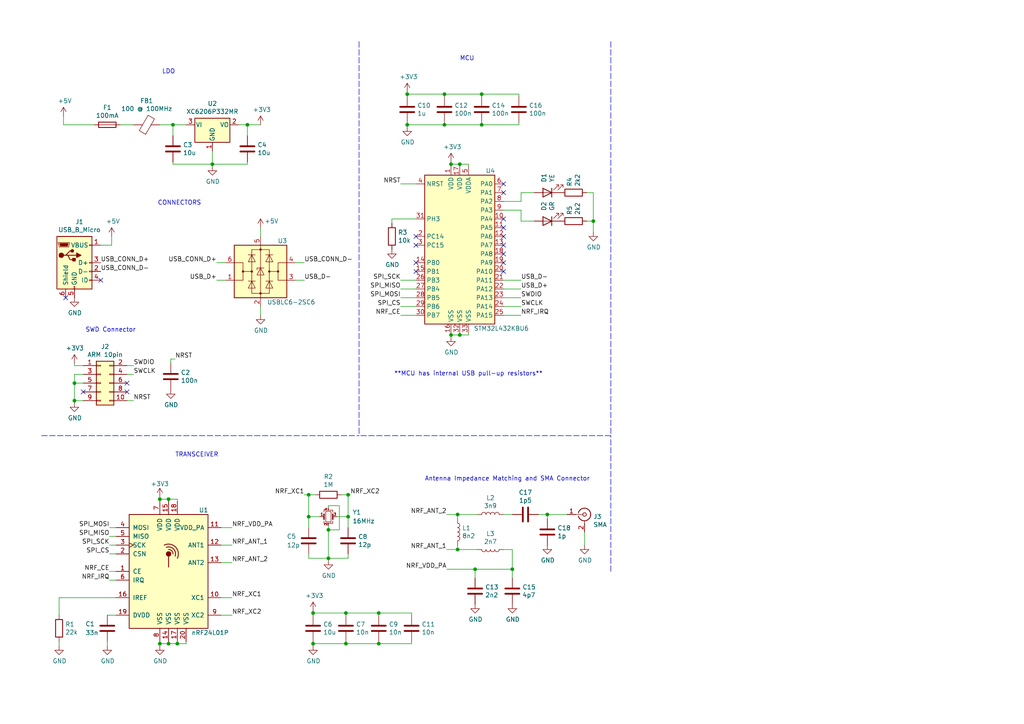
<source format=kicad_sch>
(kicad_sch (version 20211123) (generator eeschema)

  (uuid e63e39d7-6ac0-4ffd-8aa3-1841a4541b55)

  (paper "A4")

  (lib_symbols
    (symbol "Connector:Conn_Coaxial" (pin_names (offset 1.016) hide) (in_bom yes) (on_board yes)
      (property "Reference" "J" (id 0) (at 0.254 3.048 0)
        (effects (font (size 1.27 1.27)))
      )
      (property "Value" "Conn_Coaxial" (id 1) (at 2.921 0 90)
        (effects (font (size 1.27 1.27)))
      )
      (property "Footprint" "" (id 2) (at 0 0 0)
        (effects (font (size 1.27 1.27)) hide)
      )
      (property "Datasheet" " ~" (id 3) (at 0 0 0)
        (effects (font (size 1.27 1.27)) hide)
      )
      (property "ki_keywords" "BNC SMA SMB SMC LEMO coaxial connector CINCH RCA" (id 4) (at 0 0 0)
        (effects (font (size 1.27 1.27)) hide)
      )
      (property "ki_description" "coaxial connector (BNC, SMA, SMB, SMC, Cinch/RCA, LEMO, ...)" (id 5) (at 0 0 0)
        (effects (font (size 1.27 1.27)) hide)
      )
      (property "ki_fp_filters" "*BNC* *SMA* *SMB* *SMC* *Cinch* *LEMO*" (id 6) (at 0 0 0)
        (effects (font (size 1.27 1.27)) hide)
      )
      (symbol "Conn_Coaxial_0_1"
        (arc (start -1.778 -0.508) (mid 0.222 -1.808) (end 1.778 0)
          (stroke (width 0.254) (type default) (color 0 0 0 0))
          (fill (type none))
        )
        (polyline
          (pts
            (xy -2.54 0)
            (xy -0.508 0)
          )
          (stroke (width 0) (type default) (color 0 0 0 0))
          (fill (type none))
        )
        (polyline
          (pts
            (xy 0 -2.54)
            (xy 0 -1.778)
          )
          (stroke (width 0) (type default) (color 0 0 0 0))
          (fill (type none))
        )
        (circle (center 0 0) (radius 0.508)
          (stroke (width 0.2032) (type default) (color 0 0 0 0))
          (fill (type none))
        )
        (arc (start 1.778 0) (mid 0.222 1.8083) (end -1.778 0.508)
          (stroke (width 0.254) (type default) (color 0 0 0 0))
          (fill (type none))
        )
      )
      (symbol "Conn_Coaxial_1_1"
        (pin passive line (at -5.08 0 0) (length 2.54)
          (name "In" (effects (font (size 1.27 1.27))))
          (number "1" (effects (font (size 1.27 1.27))))
        )
        (pin passive line (at 0 -5.08 90) (length 2.54)
          (name "Ext" (effects (font (size 1.27 1.27))))
          (number "2" (effects (font (size 1.27 1.27))))
        )
      )
    )
    (symbol "Connector:USB_B_Micro" (pin_names (offset 1.016)) (in_bom yes) (on_board yes)
      (property "Reference" "J" (id 0) (at -5.08 11.43 0)
        (effects (font (size 1.27 1.27)) (justify left))
      )
      (property "Value" "USB_B_Micro" (id 1) (at -5.08 8.89 0)
        (effects (font (size 1.27 1.27)) (justify left))
      )
      (property "Footprint" "" (id 2) (at 3.81 -1.27 0)
        (effects (font (size 1.27 1.27)) hide)
      )
      (property "Datasheet" "~" (id 3) (at 3.81 -1.27 0)
        (effects (font (size 1.27 1.27)) hide)
      )
      (property "ki_keywords" "connector USB micro" (id 4) (at 0 0 0)
        (effects (font (size 1.27 1.27)) hide)
      )
      (property "ki_description" "USB Micro Type B connector" (id 5) (at 0 0 0)
        (effects (font (size 1.27 1.27)) hide)
      )
      (property "ki_fp_filters" "USB*" (id 6) (at 0 0 0)
        (effects (font (size 1.27 1.27)) hide)
      )
      (symbol "USB_B_Micro_0_1"
        (rectangle (start -5.08 -7.62) (end 5.08 7.62)
          (stroke (width 0.254) (type default) (color 0 0 0 0))
          (fill (type background))
        )
        (circle (center -3.81 2.159) (radius 0.635)
          (stroke (width 0.254) (type default) (color 0 0 0 0))
          (fill (type outline))
        )
        (circle (center -0.635 3.429) (radius 0.381)
          (stroke (width 0.254) (type default) (color 0 0 0 0))
          (fill (type outline))
        )
        (rectangle (start -0.127 -7.62) (end 0.127 -6.858)
          (stroke (width 0) (type default) (color 0 0 0 0))
          (fill (type none))
        )
        (polyline
          (pts
            (xy -1.905 2.159)
            (xy 0.635 2.159)
          )
          (stroke (width 0.254) (type default) (color 0 0 0 0))
          (fill (type none))
        )
        (polyline
          (pts
            (xy -3.175 2.159)
            (xy -2.54 2.159)
            (xy -1.27 3.429)
            (xy -0.635 3.429)
          )
          (stroke (width 0.254) (type default) (color 0 0 0 0))
          (fill (type none))
        )
        (polyline
          (pts
            (xy -2.54 2.159)
            (xy -1.905 2.159)
            (xy -1.27 0.889)
            (xy 0 0.889)
          )
          (stroke (width 0.254) (type default) (color 0 0 0 0))
          (fill (type none))
        )
        (polyline
          (pts
            (xy 0.635 2.794)
            (xy 0.635 1.524)
            (xy 1.905 2.159)
            (xy 0.635 2.794)
          )
          (stroke (width 0.254) (type default) (color 0 0 0 0))
          (fill (type outline))
        )
        (polyline
          (pts
            (xy -4.318 5.588)
            (xy -1.778 5.588)
            (xy -2.032 4.826)
            (xy -4.064 4.826)
            (xy -4.318 5.588)
          )
          (stroke (width 0) (type default) (color 0 0 0 0))
          (fill (type outline))
        )
        (polyline
          (pts
            (xy -4.699 5.842)
            (xy -4.699 5.588)
            (xy -4.445 4.826)
            (xy -4.445 4.572)
            (xy -1.651 4.572)
            (xy -1.651 4.826)
            (xy -1.397 5.588)
            (xy -1.397 5.842)
            (xy -4.699 5.842)
          )
          (stroke (width 0) (type default) (color 0 0 0 0))
          (fill (type none))
        )
        (rectangle (start 0.254 1.27) (end -0.508 0.508)
          (stroke (width 0.254) (type default) (color 0 0 0 0))
          (fill (type outline))
        )
        (rectangle (start 5.08 -5.207) (end 4.318 -4.953)
          (stroke (width 0) (type default) (color 0 0 0 0))
          (fill (type none))
        )
        (rectangle (start 5.08 -2.667) (end 4.318 -2.413)
          (stroke (width 0) (type default) (color 0 0 0 0))
          (fill (type none))
        )
        (rectangle (start 5.08 -0.127) (end 4.318 0.127)
          (stroke (width 0) (type default) (color 0 0 0 0))
          (fill (type none))
        )
        (rectangle (start 5.08 4.953) (end 4.318 5.207)
          (stroke (width 0) (type default) (color 0 0 0 0))
          (fill (type none))
        )
      )
      (symbol "USB_B_Micro_1_1"
        (pin power_out line (at 7.62 5.08 180) (length 2.54)
          (name "VBUS" (effects (font (size 1.27 1.27))))
          (number "1" (effects (font (size 1.27 1.27))))
        )
        (pin bidirectional line (at 7.62 -2.54 180) (length 2.54)
          (name "D-" (effects (font (size 1.27 1.27))))
          (number "2" (effects (font (size 1.27 1.27))))
        )
        (pin bidirectional line (at 7.62 0 180) (length 2.54)
          (name "D+" (effects (font (size 1.27 1.27))))
          (number "3" (effects (font (size 1.27 1.27))))
        )
        (pin passive line (at 7.62 -5.08 180) (length 2.54)
          (name "ID" (effects (font (size 1.27 1.27))))
          (number "4" (effects (font (size 1.27 1.27))))
        )
        (pin power_out line (at 0 -10.16 90) (length 2.54)
          (name "GND" (effects (font (size 1.27 1.27))))
          (number "5" (effects (font (size 1.27 1.27))))
        )
        (pin passive line (at -2.54 -10.16 90) (length 2.54)
          (name "Shield" (effects (font (size 1.27 1.27))))
          (number "6" (effects (font (size 1.27 1.27))))
        )
      )
    )
    (symbol "Connector_Generic:Conn_02x05_Odd_Even" (pin_names (offset 1.016) hide) (in_bom yes) (on_board yes)
      (property "Reference" "J" (id 0) (at 1.27 7.62 0)
        (effects (font (size 1.27 1.27)))
      )
      (property "Value" "Conn_02x05_Odd_Even" (id 1) (at 1.27 -7.62 0)
        (effects (font (size 1.27 1.27)))
      )
      (property "Footprint" "" (id 2) (at 0 0 0)
        (effects (font (size 1.27 1.27)) hide)
      )
      (property "Datasheet" "~" (id 3) (at 0 0 0)
        (effects (font (size 1.27 1.27)) hide)
      )
      (property "ki_keywords" "connector" (id 4) (at 0 0 0)
        (effects (font (size 1.27 1.27)) hide)
      )
      (property "ki_description" "Generic connector, double row, 02x05, odd/even pin numbering scheme (row 1 odd numbers, row 2 even numbers), script generated (kicad-library-utils/schlib/autogen/connector/)" (id 5) (at 0 0 0)
        (effects (font (size 1.27 1.27)) hide)
      )
      (property "ki_fp_filters" "Connector*:*_2x??_*" (id 6) (at 0 0 0)
        (effects (font (size 1.27 1.27)) hide)
      )
      (symbol "Conn_02x05_Odd_Even_1_1"
        (rectangle (start -1.27 -4.953) (end 0 -5.207)
          (stroke (width 0.1524) (type default) (color 0 0 0 0))
          (fill (type none))
        )
        (rectangle (start -1.27 -2.413) (end 0 -2.667)
          (stroke (width 0.1524) (type default) (color 0 0 0 0))
          (fill (type none))
        )
        (rectangle (start -1.27 0.127) (end 0 -0.127)
          (stroke (width 0.1524) (type default) (color 0 0 0 0))
          (fill (type none))
        )
        (rectangle (start -1.27 2.667) (end 0 2.413)
          (stroke (width 0.1524) (type default) (color 0 0 0 0))
          (fill (type none))
        )
        (rectangle (start -1.27 5.207) (end 0 4.953)
          (stroke (width 0.1524) (type default) (color 0 0 0 0))
          (fill (type none))
        )
        (rectangle (start -1.27 6.35) (end 3.81 -6.35)
          (stroke (width 0.254) (type default) (color 0 0 0 0))
          (fill (type background))
        )
        (rectangle (start 3.81 -4.953) (end 2.54 -5.207)
          (stroke (width 0.1524) (type default) (color 0 0 0 0))
          (fill (type none))
        )
        (rectangle (start 3.81 -2.413) (end 2.54 -2.667)
          (stroke (width 0.1524) (type default) (color 0 0 0 0))
          (fill (type none))
        )
        (rectangle (start 3.81 0.127) (end 2.54 -0.127)
          (stroke (width 0.1524) (type default) (color 0 0 0 0))
          (fill (type none))
        )
        (rectangle (start 3.81 2.667) (end 2.54 2.413)
          (stroke (width 0.1524) (type default) (color 0 0 0 0))
          (fill (type none))
        )
        (rectangle (start 3.81 5.207) (end 2.54 4.953)
          (stroke (width 0.1524) (type default) (color 0 0 0 0))
          (fill (type none))
        )
        (pin passive line (at -5.08 5.08 0) (length 3.81)
          (name "Pin_1" (effects (font (size 1.27 1.27))))
          (number "1" (effects (font (size 1.27 1.27))))
        )
        (pin passive line (at 7.62 -5.08 180) (length 3.81)
          (name "Pin_10" (effects (font (size 1.27 1.27))))
          (number "10" (effects (font (size 1.27 1.27))))
        )
        (pin passive line (at 7.62 5.08 180) (length 3.81)
          (name "Pin_2" (effects (font (size 1.27 1.27))))
          (number "2" (effects (font (size 1.27 1.27))))
        )
        (pin passive line (at -5.08 2.54 0) (length 3.81)
          (name "Pin_3" (effects (font (size 1.27 1.27))))
          (number "3" (effects (font (size 1.27 1.27))))
        )
        (pin passive line (at 7.62 2.54 180) (length 3.81)
          (name "Pin_4" (effects (font (size 1.27 1.27))))
          (number "4" (effects (font (size 1.27 1.27))))
        )
        (pin passive line (at -5.08 0 0) (length 3.81)
          (name "Pin_5" (effects (font (size 1.27 1.27))))
          (number "5" (effects (font (size 1.27 1.27))))
        )
        (pin passive line (at 7.62 0 180) (length 3.81)
          (name "Pin_6" (effects (font (size 1.27 1.27))))
          (number "6" (effects (font (size 1.27 1.27))))
        )
        (pin passive line (at -5.08 -2.54 0) (length 3.81)
          (name "Pin_7" (effects (font (size 1.27 1.27))))
          (number "7" (effects (font (size 1.27 1.27))))
        )
        (pin passive line (at 7.62 -2.54 180) (length 3.81)
          (name "Pin_8" (effects (font (size 1.27 1.27))))
          (number "8" (effects (font (size 1.27 1.27))))
        )
        (pin passive line (at -5.08 -5.08 0) (length 3.81)
          (name "Pin_9" (effects (font (size 1.27 1.27))))
          (number "9" (effects (font (size 1.27 1.27))))
        )
      )
    )
    (symbol "Device:C" (pin_numbers hide) (pin_names (offset 0.254)) (in_bom yes) (on_board yes)
      (property "Reference" "C" (id 0) (at 0.635 2.54 0)
        (effects (font (size 1.27 1.27)) (justify left))
      )
      (property "Value" "C" (id 1) (at 0.635 -2.54 0)
        (effects (font (size 1.27 1.27)) (justify left))
      )
      (property "Footprint" "" (id 2) (at 0.9652 -3.81 0)
        (effects (font (size 1.27 1.27)) hide)
      )
      (property "Datasheet" "~" (id 3) (at 0 0 0)
        (effects (font (size 1.27 1.27)) hide)
      )
      (property "ki_keywords" "cap capacitor" (id 4) (at 0 0 0)
        (effects (font (size 1.27 1.27)) hide)
      )
      (property "ki_description" "Unpolarized capacitor" (id 5) (at 0 0 0)
        (effects (font (size 1.27 1.27)) hide)
      )
      (property "ki_fp_filters" "C_*" (id 6) (at 0 0 0)
        (effects (font (size 1.27 1.27)) hide)
      )
      (symbol "C_0_1"
        (polyline
          (pts
            (xy -2.032 -0.762)
            (xy 2.032 -0.762)
          )
          (stroke (width 0.508) (type default) (color 0 0 0 0))
          (fill (type none))
        )
        (polyline
          (pts
            (xy -2.032 0.762)
            (xy 2.032 0.762)
          )
          (stroke (width 0.508) (type default) (color 0 0 0 0))
          (fill (type none))
        )
      )
      (symbol "C_1_1"
        (pin passive line (at 0 3.81 270) (length 2.794)
          (name "~" (effects (font (size 1.27 1.27))))
          (number "1" (effects (font (size 1.27 1.27))))
        )
        (pin passive line (at 0 -3.81 90) (length 2.794)
          (name "~" (effects (font (size 1.27 1.27))))
          (number "2" (effects (font (size 1.27 1.27))))
        )
      )
    )
    (symbol "Device:Crystal_GND24_Small" (pin_names (offset 1.016) hide) (in_bom yes) (on_board yes)
      (property "Reference" "Y" (id 0) (at 1.27 4.445 0)
        (effects (font (size 1.27 1.27)) (justify left))
      )
      (property "Value" "Crystal_GND24_Small" (id 1) (at 1.27 2.54 0)
        (effects (font (size 1.27 1.27)) (justify left))
      )
      (property "Footprint" "" (id 2) (at 0 0 0)
        (effects (font (size 1.27 1.27)) hide)
      )
      (property "Datasheet" "~" (id 3) (at 0 0 0)
        (effects (font (size 1.27 1.27)) hide)
      )
      (property "ki_keywords" "quartz ceramic resonator oscillator" (id 4) (at 0 0 0)
        (effects (font (size 1.27 1.27)) hide)
      )
      (property "ki_description" "Four pin crystal, GND on pins 2 and 4, small symbol" (id 5) (at 0 0 0)
        (effects (font (size 1.27 1.27)) hide)
      )
      (property "ki_fp_filters" "Crystal*" (id 6) (at 0 0 0)
        (effects (font (size 1.27 1.27)) hide)
      )
      (symbol "Crystal_GND24_Small_0_1"
        (rectangle (start -0.762 -1.524) (end 0.762 1.524)
          (stroke (width 0) (type default) (color 0 0 0 0))
          (fill (type none))
        )
        (polyline
          (pts
            (xy -1.27 -0.762)
            (xy -1.27 0.762)
          )
          (stroke (width 0.381) (type default) (color 0 0 0 0))
          (fill (type none))
        )
        (polyline
          (pts
            (xy 1.27 -0.762)
            (xy 1.27 0.762)
          )
          (stroke (width 0.381) (type default) (color 0 0 0 0))
          (fill (type none))
        )
        (polyline
          (pts
            (xy -1.27 -1.27)
            (xy -1.27 -1.905)
            (xy 1.27 -1.905)
            (xy 1.27 -1.27)
          )
          (stroke (width 0) (type default) (color 0 0 0 0))
          (fill (type none))
        )
        (polyline
          (pts
            (xy -1.27 1.27)
            (xy -1.27 1.905)
            (xy 1.27 1.905)
            (xy 1.27 1.27)
          )
          (stroke (width 0) (type default) (color 0 0 0 0))
          (fill (type none))
        )
      )
      (symbol "Crystal_GND24_Small_1_1"
        (pin passive line (at -2.54 0 0) (length 1.27)
          (name "1" (effects (font (size 1.27 1.27))))
          (number "1" (effects (font (size 0.762 0.762))))
        )
        (pin passive line (at 0 -2.54 90) (length 0.635)
          (name "2" (effects (font (size 1.27 1.27))))
          (number "2" (effects (font (size 0.762 0.762))))
        )
        (pin passive line (at 2.54 0 180) (length 1.27)
          (name "3" (effects (font (size 1.27 1.27))))
          (number "3" (effects (font (size 0.762 0.762))))
        )
        (pin passive line (at 0 2.54 270) (length 0.635)
          (name "4" (effects (font (size 1.27 1.27))))
          (number "4" (effects (font (size 0.762 0.762))))
        )
      )
    )
    (symbol "Device:Ferrite_Bead" (pin_numbers hide) (pin_names (offset 0)) (in_bom yes) (on_board yes)
      (property "Reference" "FB" (id 0) (at -3.81 0.635 90)
        (effects (font (size 1.27 1.27)))
      )
      (property "Value" "Device_Ferrite_Bead" (id 1) (at 3.81 0 90)
        (effects (font (size 1.27 1.27)))
      )
      (property "Footprint" "" (id 2) (at -1.778 0 90)
        (effects (font (size 1.27 1.27)) hide)
      )
      (property "Datasheet" "" (id 3) (at 0 0 0)
        (effects (font (size 1.27 1.27)) hide)
      )
      (property "ki_fp_filters" "Inductor_* L_* *Ferrite*" (id 4) (at 0 0 0)
        (effects (font (size 1.27 1.27)) hide)
      )
      (symbol "Ferrite_Bead_0_1"
        (polyline
          (pts
            (xy 0 -1.27)
            (xy 0 -1.2192)
          )
          (stroke (width 0) (type default) (color 0 0 0 0))
          (fill (type none))
        )
        (polyline
          (pts
            (xy 0 1.27)
            (xy 0 1.2954)
          )
          (stroke (width 0) (type default) (color 0 0 0 0))
          (fill (type none))
        )
        (polyline
          (pts
            (xy -2.7686 0.4064)
            (xy -1.7018 2.2606)
            (xy 2.7686 -0.3048)
            (xy 1.6764 -2.159)
            (xy -2.7686 0.4064)
          )
          (stroke (width 0) (type default) (color 0 0 0 0))
          (fill (type none))
        )
      )
      (symbol "Ferrite_Bead_1_1"
        (pin passive line (at 0 3.81 270) (length 2.54)
          (name "~" (effects (font (size 1.27 1.27))))
          (number "1" (effects (font (size 1.27 1.27))))
        )
        (pin passive line (at 0 -3.81 90) (length 2.54)
          (name "~" (effects (font (size 1.27 1.27))))
          (number "2" (effects (font (size 1.27 1.27))))
        )
      )
    )
    (symbol "Device:Fuse" (pin_numbers hide) (pin_names (offset 0)) (in_bom yes) (on_board yes)
      (property "Reference" "F" (id 0) (at 2.032 0 90)
        (effects (font (size 1.27 1.27)))
      )
      (property "Value" "Fuse" (id 1) (at -1.905 0 90)
        (effects (font (size 1.27 1.27)))
      )
      (property "Footprint" "" (id 2) (at -1.778 0 90)
        (effects (font (size 1.27 1.27)) hide)
      )
      (property "Datasheet" "~" (id 3) (at 0 0 0)
        (effects (font (size 1.27 1.27)) hide)
      )
      (property "ki_keywords" "fuse" (id 4) (at 0 0 0)
        (effects (font (size 1.27 1.27)) hide)
      )
      (property "ki_description" "Fuse" (id 5) (at 0 0 0)
        (effects (font (size 1.27 1.27)) hide)
      )
      (property "ki_fp_filters" "*Fuse*" (id 6) (at 0 0 0)
        (effects (font (size 1.27 1.27)) hide)
      )
      (symbol "Fuse_0_1"
        (rectangle (start -0.762 -2.54) (end 0.762 2.54)
          (stroke (width 0.254) (type default) (color 0 0 0 0))
          (fill (type none))
        )
        (polyline
          (pts
            (xy 0 2.54)
            (xy 0 -2.54)
          )
          (stroke (width 0) (type default) (color 0 0 0 0))
          (fill (type none))
        )
      )
      (symbol "Fuse_1_1"
        (pin passive line (at 0 3.81 270) (length 1.27)
          (name "~" (effects (font (size 1.27 1.27))))
          (number "1" (effects (font (size 1.27 1.27))))
        )
        (pin passive line (at 0 -3.81 90) (length 1.27)
          (name "~" (effects (font (size 1.27 1.27))))
          (number "2" (effects (font (size 1.27 1.27))))
        )
      )
    )
    (symbol "Device:L" (pin_numbers hide) (pin_names (offset 1.016) hide) (in_bom yes) (on_board yes)
      (property "Reference" "L" (id 0) (at -1.27 0 90)
        (effects (font (size 1.27 1.27)))
      )
      (property "Value" "L" (id 1) (at 1.905 0 90)
        (effects (font (size 1.27 1.27)))
      )
      (property "Footprint" "" (id 2) (at 0 0 0)
        (effects (font (size 1.27 1.27)) hide)
      )
      (property "Datasheet" "~" (id 3) (at 0 0 0)
        (effects (font (size 1.27 1.27)) hide)
      )
      (property "ki_keywords" "inductor choke coil reactor magnetic" (id 4) (at 0 0 0)
        (effects (font (size 1.27 1.27)) hide)
      )
      (property "ki_description" "Inductor" (id 5) (at 0 0 0)
        (effects (font (size 1.27 1.27)) hide)
      )
      (property "ki_fp_filters" "Choke_* *Coil* Inductor_* L_*" (id 6) (at 0 0 0)
        (effects (font (size 1.27 1.27)) hide)
      )
      (symbol "L_0_1"
        (arc (start 0 -2.54) (mid 0.635 -1.905) (end 0 -1.27)
          (stroke (width 0) (type default) (color 0 0 0 0))
          (fill (type none))
        )
        (arc (start 0 -1.27) (mid 0.635 -0.635) (end 0 0)
          (stroke (width 0) (type default) (color 0 0 0 0))
          (fill (type none))
        )
        (arc (start 0 0) (mid 0.635 0.635) (end 0 1.27)
          (stroke (width 0) (type default) (color 0 0 0 0))
          (fill (type none))
        )
        (arc (start 0 1.27) (mid 0.635 1.905) (end 0 2.54)
          (stroke (width 0) (type default) (color 0 0 0 0))
          (fill (type none))
        )
      )
      (symbol "L_1_1"
        (pin passive line (at 0 3.81 270) (length 1.27)
          (name "1" (effects (font (size 1.27 1.27))))
          (number "1" (effects (font (size 1.27 1.27))))
        )
        (pin passive line (at 0 -3.81 90) (length 1.27)
          (name "2" (effects (font (size 1.27 1.27))))
          (number "2" (effects (font (size 1.27 1.27))))
        )
      )
    )
    (symbol "Device:LED" (pin_numbers hide) (pin_names (offset 1.016) hide) (in_bom yes) (on_board yes)
      (property "Reference" "D" (id 0) (at 0 2.54 0)
        (effects (font (size 1.27 1.27)))
      )
      (property "Value" "LED" (id 1) (at 0 -2.54 0)
        (effects (font (size 1.27 1.27)))
      )
      (property "Footprint" "" (id 2) (at 0 0 0)
        (effects (font (size 1.27 1.27)) hide)
      )
      (property "Datasheet" "~" (id 3) (at 0 0 0)
        (effects (font (size 1.27 1.27)) hide)
      )
      (property "ki_keywords" "LED diode" (id 4) (at 0 0 0)
        (effects (font (size 1.27 1.27)) hide)
      )
      (property "ki_description" "Light emitting diode" (id 5) (at 0 0 0)
        (effects (font (size 1.27 1.27)) hide)
      )
      (property "ki_fp_filters" "LED* LED_SMD:* LED_THT:*" (id 6) (at 0 0 0)
        (effects (font (size 1.27 1.27)) hide)
      )
      (symbol "LED_0_1"
        (polyline
          (pts
            (xy -1.27 -1.27)
            (xy -1.27 1.27)
          )
          (stroke (width 0.254) (type default) (color 0 0 0 0))
          (fill (type none))
        )
        (polyline
          (pts
            (xy -1.27 0)
            (xy 1.27 0)
          )
          (stroke (width 0) (type default) (color 0 0 0 0))
          (fill (type none))
        )
        (polyline
          (pts
            (xy 1.27 -1.27)
            (xy 1.27 1.27)
            (xy -1.27 0)
            (xy 1.27 -1.27)
          )
          (stroke (width 0.254) (type default) (color 0 0 0 0))
          (fill (type none))
        )
        (polyline
          (pts
            (xy -3.048 -0.762)
            (xy -4.572 -2.286)
            (xy -3.81 -2.286)
            (xy -4.572 -2.286)
            (xy -4.572 -1.524)
          )
          (stroke (width 0) (type default) (color 0 0 0 0))
          (fill (type none))
        )
        (polyline
          (pts
            (xy -1.778 -0.762)
            (xy -3.302 -2.286)
            (xy -2.54 -2.286)
            (xy -3.302 -2.286)
            (xy -3.302 -1.524)
          )
          (stroke (width 0) (type default) (color 0 0 0 0))
          (fill (type none))
        )
      )
      (symbol "LED_1_1"
        (pin passive line (at -3.81 0 0) (length 2.54)
          (name "K" (effects (font (size 1.27 1.27))))
          (number "1" (effects (font (size 1.27 1.27))))
        )
        (pin passive line (at 3.81 0 180) (length 2.54)
          (name "A" (effects (font (size 1.27 1.27))))
          (number "2" (effects (font (size 1.27 1.27))))
        )
      )
    )
    (symbol "Device:R" (pin_numbers hide) (pin_names (offset 0)) (in_bom yes) (on_board yes)
      (property "Reference" "R" (id 0) (at 2.032 0 90)
        (effects (font (size 1.27 1.27)))
      )
      (property "Value" "R" (id 1) (at 0 0 90)
        (effects (font (size 1.27 1.27)))
      )
      (property "Footprint" "" (id 2) (at -1.778 0 90)
        (effects (font (size 1.27 1.27)) hide)
      )
      (property "Datasheet" "~" (id 3) (at 0 0 0)
        (effects (font (size 1.27 1.27)) hide)
      )
      (property "ki_keywords" "R res resistor" (id 4) (at 0 0 0)
        (effects (font (size 1.27 1.27)) hide)
      )
      (property "ki_description" "Resistor" (id 5) (at 0 0 0)
        (effects (font (size 1.27 1.27)) hide)
      )
      (property "ki_fp_filters" "R_*" (id 6) (at 0 0 0)
        (effects (font (size 1.27 1.27)) hide)
      )
      (symbol "R_0_1"
        (rectangle (start -1.016 -2.54) (end 1.016 2.54)
          (stroke (width 0.254) (type default) (color 0 0 0 0))
          (fill (type none))
        )
      )
      (symbol "R_1_1"
        (pin passive line (at 0 3.81 270) (length 1.27)
          (name "~" (effects (font (size 1.27 1.27))))
          (number "1" (effects (font (size 1.27 1.27))))
        )
        (pin passive line (at 0 -3.81 90) (length 1.27)
          (name "~" (effects (font (size 1.27 1.27))))
          (number "2" (effects (font (size 1.27 1.27))))
        )
      )
    )
    (symbol "MCU_ST_STM32L4:STM32L432KBUx" (in_bom yes) (on_board yes)
      (property "Reference" "U" (id 0) (at -10.16 21.59 0)
        (effects (font (size 1.27 1.27)) (justify left))
      )
      (property "Value" "STM32L432KBUx" (id 1) (at 5.08 21.59 0)
        (effects (font (size 1.27 1.27)) (justify left))
      )
      (property "Footprint" "Package_DFN_QFN:QFN-32-1EP_5x5mm_P0.5mm_EP3.45x3.45mm" (id 2) (at -10.16 -22.86 0)
        (effects (font (size 1.27 1.27)) (justify right) hide)
      )
      (property "Datasheet" "http://www.st.com/st-web-ui/static/active/en/resource/technical/document/datasheet/DM00257205.pdf" (id 3) (at 0 0 0)
        (effects (font (size 1.27 1.27)) hide)
      )
      (property "ki_keywords" "ARM Cortex-M4 STM32L4 STM32L4x2" (id 4) (at 0 0 0)
        (effects (font (size 1.27 1.27)) hide)
      )
      (property "ki_description" "ARM Cortex-M4 MCU, 128KB flash, 64KB RAM, 80MHz, 1.71-3.6V, 26 GPIO, UFQFPN-32" (id 5) (at 0 0 0)
        (effects (font (size 1.27 1.27)) hide)
      )
      (property "ki_fp_filters" "QFN*1EP*5x5mm*P0.5mm*" (id 6) (at 0 0 0)
        (effects (font (size 1.27 1.27)) hide)
      )
      (symbol "STM32L432KBUx_0_1"
        (rectangle (start -10.16 -22.86) (end 10.16 20.32)
          (stroke (width 0.254) (type default) (color 0 0 0 0))
          (fill (type background))
        )
      )
      (symbol "STM32L432KBUx_1_1"
        (pin power_in line (at -2.54 22.86 270) (length 2.54)
          (name "VDD" (effects (font (size 1.27 1.27))))
          (number "1" (effects (font (size 1.27 1.27))))
        )
        (pin bidirectional line (at 12.7 7.62 180) (length 2.54)
          (name "PA4" (effects (font (size 1.27 1.27))))
          (number "10" (effects (font (size 1.27 1.27))))
        )
        (pin bidirectional line (at 12.7 5.08 180) (length 2.54)
          (name "PA5" (effects (font (size 1.27 1.27))))
          (number "11" (effects (font (size 1.27 1.27))))
        )
        (pin bidirectional line (at 12.7 2.54 180) (length 2.54)
          (name "PA6" (effects (font (size 1.27 1.27))))
          (number "12" (effects (font (size 1.27 1.27))))
        )
        (pin bidirectional line (at 12.7 0 180) (length 2.54)
          (name "PA7" (effects (font (size 1.27 1.27))))
          (number "13" (effects (font (size 1.27 1.27))))
        )
        (pin bidirectional line (at -12.7 -5.08 0) (length 2.54)
          (name "PB0" (effects (font (size 1.27 1.27))))
          (number "14" (effects (font (size 1.27 1.27))))
        )
        (pin bidirectional line (at -12.7 -7.62 0) (length 2.54)
          (name "PB1" (effects (font (size 1.27 1.27))))
          (number "15" (effects (font (size 1.27 1.27))))
        )
        (pin power_in line (at -2.54 -25.4 90) (length 2.54)
          (name "VSS" (effects (font (size 1.27 1.27))))
          (number "16" (effects (font (size 1.27 1.27))))
        )
        (pin power_in line (at 0 22.86 270) (length 2.54)
          (name "VDD" (effects (font (size 1.27 1.27))))
          (number "17" (effects (font (size 1.27 1.27))))
        )
        (pin bidirectional line (at 12.7 -2.54 180) (length 2.54)
          (name "PA8" (effects (font (size 1.27 1.27))))
          (number "18" (effects (font (size 1.27 1.27))))
        )
        (pin bidirectional line (at 12.7 -5.08 180) (length 2.54)
          (name "PA9" (effects (font (size 1.27 1.27))))
          (number "19" (effects (font (size 1.27 1.27))))
        )
        (pin bidirectional line (at -12.7 2.54 0) (length 2.54)
          (name "PC14" (effects (font (size 1.27 1.27))))
          (number "2" (effects (font (size 1.27 1.27))))
        )
        (pin bidirectional line (at 12.7 -7.62 180) (length 2.54)
          (name "PA10" (effects (font (size 1.27 1.27))))
          (number "20" (effects (font (size 1.27 1.27))))
        )
        (pin bidirectional line (at 12.7 -10.16 180) (length 2.54)
          (name "PA11" (effects (font (size 1.27 1.27))))
          (number "21" (effects (font (size 1.27 1.27))))
        )
        (pin bidirectional line (at 12.7 -12.7 180) (length 2.54)
          (name "PA12" (effects (font (size 1.27 1.27))))
          (number "22" (effects (font (size 1.27 1.27))))
        )
        (pin bidirectional line (at 12.7 -15.24 180) (length 2.54)
          (name "PA13" (effects (font (size 1.27 1.27))))
          (number "23" (effects (font (size 1.27 1.27))))
        )
        (pin bidirectional line (at 12.7 -17.78 180) (length 2.54)
          (name "PA14" (effects (font (size 1.27 1.27))))
          (number "24" (effects (font (size 1.27 1.27))))
        )
        (pin bidirectional line (at 12.7 -20.32 180) (length 2.54)
          (name "PA15" (effects (font (size 1.27 1.27))))
          (number "25" (effects (font (size 1.27 1.27))))
        )
        (pin bidirectional line (at -12.7 -10.16 0) (length 2.54)
          (name "PB3" (effects (font (size 1.27 1.27))))
          (number "26" (effects (font (size 1.27 1.27))))
        )
        (pin bidirectional line (at -12.7 -12.7 0) (length 2.54)
          (name "PB4" (effects (font (size 1.27 1.27))))
          (number "27" (effects (font (size 1.27 1.27))))
        )
        (pin bidirectional line (at -12.7 -15.24 0) (length 2.54)
          (name "PB5" (effects (font (size 1.27 1.27))))
          (number "28" (effects (font (size 1.27 1.27))))
        )
        (pin bidirectional line (at -12.7 -17.78 0) (length 2.54)
          (name "PB6" (effects (font (size 1.27 1.27))))
          (number "29" (effects (font (size 1.27 1.27))))
        )
        (pin bidirectional line (at -12.7 0 0) (length 2.54)
          (name "PC15" (effects (font (size 1.27 1.27))))
          (number "3" (effects (font (size 1.27 1.27))))
        )
        (pin bidirectional line (at -12.7 -20.32 0) (length 2.54)
          (name "PB7" (effects (font (size 1.27 1.27))))
          (number "30" (effects (font (size 1.27 1.27))))
        )
        (pin bidirectional line (at -12.7 7.62 0) (length 2.54)
          (name "PH3" (effects (font (size 1.27 1.27))))
          (number "31" (effects (font (size 1.27 1.27))))
        )
        (pin power_in line (at 0 -25.4 90) (length 2.54)
          (name "VSS" (effects (font (size 1.27 1.27))))
          (number "32" (effects (font (size 1.27 1.27))))
        )
        (pin power_in line (at 2.54 -25.4 90) (length 2.54)
          (name "VSS" (effects (font (size 1.27 1.27))))
          (number "33" (effects (font (size 1.27 1.27))))
        )
        (pin input line (at -12.7 17.78 0) (length 2.54)
          (name "NRST" (effects (font (size 1.27 1.27))))
          (number "4" (effects (font (size 1.27 1.27))))
        )
        (pin power_in line (at 2.54 22.86 270) (length 2.54)
          (name "VDDA" (effects (font (size 1.27 1.27))))
          (number "5" (effects (font (size 1.27 1.27))))
        )
        (pin bidirectional line (at 12.7 17.78 180) (length 2.54)
          (name "PA0" (effects (font (size 1.27 1.27))))
          (number "6" (effects (font (size 1.27 1.27))))
        )
        (pin bidirectional line (at 12.7 15.24 180) (length 2.54)
          (name "PA1" (effects (font (size 1.27 1.27))))
          (number "7" (effects (font (size 1.27 1.27))))
        )
        (pin bidirectional line (at 12.7 12.7 180) (length 2.54)
          (name "PA2" (effects (font (size 1.27 1.27))))
          (number "8" (effects (font (size 1.27 1.27))))
        )
        (pin bidirectional line (at 12.7 10.16 180) (length 2.54)
          (name "PA3" (effects (font (size 1.27 1.27))))
          (number "9" (effects (font (size 1.27 1.27))))
        )
      )
    )
    (symbol "Power_Protection:USBLC6-2SC6" (pin_names hide) (in_bom yes) (on_board yes)
      (property "Reference" "U" (id 0) (at 2.54 8.89 0)
        (effects (font (size 1.27 1.27)) (justify left))
      )
      (property "Value" "USBLC6-2SC6" (id 1) (at 2.54 -8.89 0)
        (effects (font (size 1.27 1.27)) (justify left))
      )
      (property "Footprint" "Package_TO_SOT_SMD:SOT-23-6" (id 2) (at 0 -12.7 0)
        (effects (font (size 1.27 1.27)) hide)
      )
      (property "Datasheet" "https://www.st.com/resource/en/datasheet/usblc6-2.pdf" (id 3) (at 5.08 8.89 0)
        (effects (font (size 1.27 1.27)) hide)
      )
      (property "ki_keywords" "usb ethernet video" (id 4) (at 0 0 0)
        (effects (font (size 1.27 1.27)) hide)
      )
      (property "ki_description" "Very low capacitance ESD protection diode, 2 data-line, SOT-23-6" (id 5) (at 0 0 0)
        (effects (font (size 1.27 1.27)) hide)
      )
      (property "ki_fp_filters" "SOT?23*" (id 6) (at 0 0 0)
        (effects (font (size 1.27 1.27)) hide)
      )
      (symbol "USBLC6-2SC6_0_1"
        (rectangle (start -7.62 -7.62) (end 7.62 7.62)
          (stroke (width 0.254) (type default) (color 0 0 0 0))
          (fill (type background))
        )
        (circle (center -5.08 0) (radius 0.254)
          (stroke (width 0) (type default) (color 0 0 0 0))
          (fill (type outline))
        )
        (circle (center -2.54 0) (radius 0.254)
          (stroke (width 0) (type default) (color 0 0 0 0))
          (fill (type outline))
        )
        (rectangle (start -2.54 6.35) (end 2.54 -6.35)
          (stroke (width 0) (type default) (color 0 0 0 0))
          (fill (type none))
        )
        (circle (center 0 -6.35) (radius 0.254)
          (stroke (width 0) (type default) (color 0 0 0 0))
          (fill (type outline))
        )
        (polyline
          (pts
            (xy -5.08 -2.54)
            (xy -7.62 -2.54)
          )
          (stroke (width 0) (type default) (color 0 0 0 0))
          (fill (type none))
        )
        (polyline
          (pts
            (xy -5.08 0)
            (xy -5.08 -2.54)
          )
          (stroke (width 0) (type default) (color 0 0 0 0))
          (fill (type none))
        )
        (polyline
          (pts
            (xy -5.08 2.54)
            (xy -7.62 2.54)
          )
          (stroke (width 0) (type default) (color 0 0 0 0))
          (fill (type none))
        )
        (polyline
          (pts
            (xy -1.524 -2.794)
            (xy -3.556 -2.794)
          )
          (stroke (width 0) (type default) (color 0 0 0 0))
          (fill (type none))
        )
        (polyline
          (pts
            (xy -1.524 4.826)
            (xy -3.556 4.826)
          )
          (stroke (width 0) (type default) (color 0 0 0 0))
          (fill (type none))
        )
        (polyline
          (pts
            (xy 0 -7.62)
            (xy 0 -6.35)
          )
          (stroke (width 0) (type default) (color 0 0 0 0))
          (fill (type none))
        )
        (polyline
          (pts
            (xy 0 -6.35)
            (xy 0 1.27)
          )
          (stroke (width 0) (type default) (color 0 0 0 0))
          (fill (type none))
        )
        (polyline
          (pts
            (xy 0 1.27)
            (xy 0 6.35)
          )
          (stroke (width 0) (type default) (color 0 0 0 0))
          (fill (type none))
        )
        (polyline
          (pts
            (xy 0 6.35)
            (xy 0 7.62)
          )
          (stroke (width 0) (type default) (color 0 0 0 0))
          (fill (type none))
        )
        (polyline
          (pts
            (xy 1.524 -2.794)
            (xy 3.556 -2.794)
          )
          (stroke (width 0) (type default) (color 0 0 0 0))
          (fill (type none))
        )
        (polyline
          (pts
            (xy 1.524 4.826)
            (xy 3.556 4.826)
          )
          (stroke (width 0) (type default) (color 0 0 0 0))
          (fill (type none))
        )
        (polyline
          (pts
            (xy 5.08 -2.54)
            (xy 7.62 -2.54)
          )
          (stroke (width 0) (type default) (color 0 0 0 0))
          (fill (type none))
        )
        (polyline
          (pts
            (xy 5.08 0)
            (xy 5.08 -2.54)
          )
          (stroke (width 0) (type default) (color 0 0 0 0))
          (fill (type none))
        )
        (polyline
          (pts
            (xy 5.08 2.54)
            (xy 7.62 2.54)
          )
          (stroke (width 0) (type default) (color 0 0 0 0))
          (fill (type none))
        )
        (polyline
          (pts
            (xy -2.54 0)
            (xy -5.08 0)
            (xy -5.08 2.54)
          )
          (stroke (width 0) (type default) (color 0 0 0 0))
          (fill (type none))
        )
        (polyline
          (pts
            (xy 2.54 0)
            (xy 5.08 0)
            (xy 5.08 2.54)
          )
          (stroke (width 0) (type default) (color 0 0 0 0))
          (fill (type none))
        )
        (polyline
          (pts
            (xy -3.556 -4.826)
            (xy -1.524 -4.826)
            (xy -2.54 -2.794)
            (xy -3.556 -4.826)
          )
          (stroke (width 0) (type default) (color 0 0 0 0))
          (fill (type none))
        )
        (polyline
          (pts
            (xy -3.556 2.794)
            (xy -1.524 2.794)
            (xy -2.54 4.826)
            (xy -3.556 2.794)
          )
          (stroke (width 0) (type default) (color 0 0 0 0))
          (fill (type none))
        )
        (polyline
          (pts
            (xy -1.016 -1.016)
            (xy 1.016 -1.016)
            (xy 0 1.016)
            (xy -1.016 -1.016)
          )
          (stroke (width 0) (type default) (color 0 0 0 0))
          (fill (type none))
        )
        (polyline
          (pts
            (xy 1.016 1.016)
            (xy 0.762 1.016)
            (xy -1.016 1.016)
            (xy -1.016 0.508)
          )
          (stroke (width 0) (type default) (color 0 0 0 0))
          (fill (type none))
        )
        (polyline
          (pts
            (xy 3.556 -4.826)
            (xy 1.524 -4.826)
            (xy 2.54 -2.794)
            (xy 3.556 -4.826)
          )
          (stroke (width 0) (type default) (color 0 0 0 0))
          (fill (type none))
        )
        (polyline
          (pts
            (xy 3.556 2.794)
            (xy 1.524 2.794)
            (xy 2.54 4.826)
            (xy 3.556 2.794)
          )
          (stroke (width 0) (type default) (color 0 0 0 0))
          (fill (type none))
        )
        (circle (center 0 6.35) (radius 0.254)
          (stroke (width 0) (type default) (color 0 0 0 0))
          (fill (type outline))
        )
        (circle (center 2.54 0) (radius 0.254)
          (stroke (width 0) (type default) (color 0 0 0 0))
          (fill (type outline))
        )
        (circle (center 5.08 0) (radius 0.254)
          (stroke (width 0) (type default) (color 0 0 0 0))
          (fill (type outline))
        )
      )
      (symbol "USBLC6-2SC6_1_1"
        (pin passive line (at -10.16 -2.54 0) (length 2.54)
          (name "I/O1" (effects (font (size 1.27 1.27))))
          (number "1" (effects (font (size 1.27 1.27))))
        )
        (pin passive line (at 0 -10.16 90) (length 2.54)
          (name "GND" (effects (font (size 1.27 1.27))))
          (number "2" (effects (font (size 1.27 1.27))))
        )
        (pin passive line (at 10.16 -2.54 180) (length 2.54)
          (name "I/O2" (effects (font (size 1.27 1.27))))
          (number "3" (effects (font (size 1.27 1.27))))
        )
        (pin passive line (at 10.16 2.54 180) (length 2.54)
          (name "I/O2" (effects (font (size 1.27 1.27))))
          (number "4" (effects (font (size 1.27 1.27))))
        )
        (pin passive line (at 0 10.16 270) (length 2.54)
          (name "VBUS" (effects (font (size 1.27 1.27))))
          (number "5" (effects (font (size 1.27 1.27))))
        )
        (pin passive line (at -10.16 2.54 0) (length 2.54)
          (name "I/O1" (effects (font (size 1.27 1.27))))
          (number "6" (effects (font (size 1.27 1.27))))
        )
      )
    )
    (symbol "RF:nRF24L01P" (pin_names (offset 1.016)) (in_bom yes) (on_board yes)
      (property "Reference" "U" (id 0) (at -11.43 17.78 0)
        (effects (font (size 1.27 1.27)) (justify left))
      )
      (property "Value" "nRF24L01P" (id 1) (at 5.08 17.78 0)
        (effects (font (size 1.27 1.27)) (justify left))
      )
      (property "Footprint" "Package_DFN_QFN:QFN-20-1EP_4x4mm_P0.5mm_EP2.5x2.5mm" (id 2) (at 5.08 20.32 0)
        (effects (font (size 1.27 1.27) italic) (justify left) hide)
      )
      (property "Datasheet" "http://www.nordicsemi.com/eng/content/download/2726/34069/file/nRF24L01P_Product_Specification_1_0.pdf" (id 3) (at 0 2.54 0)
        (effects (font (size 1.27 1.27)) hide)
      )
      (property "ki_keywords" "Low Power RF Transciever" (id 4) (at 0 0 0)
        (effects (font (size 1.27 1.27)) hide)
      )
      (property "ki_description" "nRF24L01+, Ultra low power 2.4GHz RF Transceiver, QFN20 4x4mm" (id 5) (at 0 0 0)
        (effects (font (size 1.27 1.27)) hide)
      )
      (property "ki_fp_filters" "QFN*4x4*0.5mm*" (id 6) (at 0 0 0)
        (effects (font (size 1.27 1.27)) hide)
      )
      (symbol "nRF24L01P_0_1"
        (rectangle (start -11.43 16.51) (end 11.43 -16.51)
          (stroke (width 0.254) (type default) (color 0 0 0 0))
          (fill (type background))
        )
        (polyline
          (pts
            (xy 0 4.445)
            (xy 0 1.27)
          )
          (stroke (width 0.254) (type default) (color 0 0 0 0))
          (fill (type none))
        )
        (circle (center 0 5.08) (radius 0.635)
          (stroke (width 0.254) (type default) (color 0 0 0 0))
          (fill (type outline))
        )
        (arc (start 1.27 5.08) (mid 0.9109 5.9909) (end 0 6.35)
          (stroke (width 0.254) (type default) (color 0 0 0 0))
          (fill (type none))
        )
        (arc (start 1.905 4.445) (mid 1.4383 6.5183) (end -0.635 6.985)
          (stroke (width 0.254) (type default) (color 0 0 0 0))
          (fill (type none))
        )
        (arc (start 2.54 3.81) (mid 2.008 7.088) (end -1.27 7.62)
          (stroke (width 0.254) (type default) (color 0 0 0 0))
          (fill (type none))
        )
        (rectangle (start 11.43 -13.97) (end 11.43 -13.97)
          (stroke (width 0) (type default) (color 0 0 0 0))
          (fill (type none))
        )
      )
      (symbol "nRF24L01P_1_1"
        (pin input line (at -15.24 0 0) (length 3.81)
          (name "CE" (effects (font (size 1.27 1.27))))
          (number "1" (effects (font (size 1.27 1.27))))
        )
        (pin passive line (at 15.24 -7.62 180) (length 3.81)
          (name "XC1" (effects (font (size 1.27 1.27))))
          (number "10" (effects (font (size 1.27 1.27))))
        )
        (pin power_out line (at 15.24 12.7 180) (length 3.81)
          (name "VDD_PA" (effects (font (size 1.27 1.27))))
          (number "11" (effects (font (size 1.27 1.27))))
        )
        (pin passive line (at 15.24 7.62 180) (length 3.81)
          (name "ANT1" (effects (font (size 1.27 1.27))))
          (number "12" (effects (font (size 1.27 1.27))))
        )
        (pin passive line (at 15.24 2.54 180) (length 3.81)
          (name "ANT2" (effects (font (size 1.27 1.27))))
          (number "13" (effects (font (size 1.27 1.27))))
        )
        (pin power_in line (at 0 -20.32 90) (length 3.81)
          (name "VSS" (effects (font (size 1.27 1.27))))
          (number "14" (effects (font (size 1.27 1.27))))
        )
        (pin power_in line (at 0 20.32 270) (length 3.81)
          (name "VDD" (effects (font (size 1.27 1.27))))
          (number "15" (effects (font (size 1.27 1.27))))
        )
        (pin passive line (at -15.24 -7.62 0) (length 3.81)
          (name "IREF" (effects (font (size 1.27 1.27))))
          (number "16" (effects (font (size 1.27 1.27))))
        )
        (pin power_in line (at 2.54 -20.32 90) (length 3.81)
          (name "VSS" (effects (font (size 1.27 1.27))))
          (number "17" (effects (font (size 1.27 1.27))))
        )
        (pin power_in line (at 2.54 20.32 270) (length 3.81)
          (name "VDD" (effects (font (size 1.27 1.27))))
          (number "18" (effects (font (size 1.27 1.27))))
        )
        (pin power_out line (at -15.24 -12.7 0) (length 3.81)
          (name "DVDD" (effects (font (size 1.27 1.27))))
          (number "19" (effects (font (size 1.27 1.27))))
        )
        (pin input line (at -15.24 5.08 0) (length 3.81)
          (name "CSN" (effects (font (size 1.27 1.27))))
          (number "2" (effects (font (size 1.27 1.27))))
        )
        (pin power_in line (at 5.08 -20.32 90) (length 3.81)
          (name "VSS" (effects (font (size 1.27 1.27))))
          (number "20" (effects (font (size 1.27 1.27))))
        )
        (pin input clock (at -15.24 7.62 0) (length 3.81)
          (name "SCK" (effects (font (size 1.27 1.27))))
          (number "3" (effects (font (size 1.27 1.27))))
        )
        (pin input line (at -15.24 12.7 0) (length 3.81)
          (name "MOSI" (effects (font (size 1.27 1.27))))
          (number "4" (effects (font (size 1.27 1.27))))
        )
        (pin output line (at -15.24 10.16 0) (length 3.81)
          (name "MISO" (effects (font (size 1.27 1.27))))
          (number "5" (effects (font (size 1.27 1.27))))
        )
        (pin output line (at -15.24 -2.54 0) (length 3.81)
          (name "IRQ" (effects (font (size 1.27 1.27))))
          (number "6" (effects (font (size 1.27 1.27))))
        )
        (pin power_in line (at -2.54 20.32 270) (length 3.81)
          (name "VDD" (effects (font (size 1.27 1.27))))
          (number "7" (effects (font (size 1.27 1.27))))
        )
        (pin power_in line (at -2.54 -20.32 90) (length 3.81)
          (name "VSS" (effects (font (size 1.27 1.27))))
          (number "8" (effects (font (size 1.27 1.27))))
        )
        (pin passive line (at 15.24 -12.7 180) (length 3.81)
          (name "XC2" (effects (font (size 1.27 1.27))))
          (number "9" (effects (font (size 1.27 1.27))))
        )
      )
    )
    (symbol "Regulator_Linear:XC6206PxxxMR" (pin_names (offset 0.254)) (in_bom yes) (on_board yes)
      (property "Reference" "U" (id 0) (at -3.81 3.175 0)
        (effects (font (size 1.27 1.27)))
      )
      (property "Value" "XC6206PxxxMR" (id 1) (at 0 3.175 0)
        (effects (font (size 1.27 1.27)) (justify left))
      )
      (property "Footprint" "Package_TO_SOT_SMD:SOT-23" (id 2) (at 0 5.715 0)
        (effects (font (size 1.27 1.27) italic) hide)
      )
      (property "Datasheet" "https://www.torexsemi.com/file/xc6206/XC6206.pdf" (id 3) (at 0 0 0)
        (effects (font (size 1.27 1.27)) hide)
      )
      (property "ki_keywords" "Torex LDO Voltage Regulator Fixed Positive" (id 4) (at 0 0 0)
        (effects (font (size 1.27 1.27)) hide)
      )
      (property "ki_description" "Positive 60-250mA Low Dropout Regulator, Fixed Output, SOT-23" (id 5) (at 0 0 0)
        (effects (font (size 1.27 1.27)) hide)
      )
      (property "ki_fp_filters" "SOT?23*" (id 6) (at 0 0 0)
        (effects (font (size 1.27 1.27)) hide)
      )
      (symbol "XC6206PxxxMR_0_1"
        (rectangle (start -5.08 1.905) (end 5.08 -5.08)
          (stroke (width 0.254) (type default) (color 0 0 0 0))
          (fill (type background))
        )
      )
      (symbol "XC6206PxxxMR_1_1"
        (pin power_in line (at 0 -7.62 90) (length 2.54)
          (name "GND" (effects (font (size 1.27 1.27))))
          (number "1" (effects (font (size 1.27 1.27))))
        )
        (pin power_out line (at 7.62 0 180) (length 2.54)
          (name "VO" (effects (font (size 1.27 1.27))))
          (number "2" (effects (font (size 1.27 1.27))))
        )
        (pin power_in line (at -7.62 0 0) (length 2.54)
          (name "VI" (effects (font (size 1.27 1.27))))
          (number "3" (effects (font (size 1.27 1.27))))
        )
      )
    )
    (symbol "power:+3V3" (power) (pin_names (offset 0)) (in_bom yes) (on_board yes)
      (property "Reference" "#PWR" (id 0) (at 0 -3.81 0)
        (effects (font (size 1.27 1.27)) hide)
      )
      (property "Value" "+3V3" (id 1) (at 0 3.556 0)
        (effects (font (size 1.27 1.27)))
      )
      (property "Footprint" "" (id 2) (at 0 0 0)
        (effects (font (size 1.27 1.27)) hide)
      )
      (property "Datasheet" "" (id 3) (at 0 0 0)
        (effects (font (size 1.27 1.27)) hide)
      )
      (property "ki_keywords" "power-flag" (id 4) (at 0 0 0)
        (effects (font (size 1.27 1.27)) hide)
      )
      (property "ki_description" "Power symbol creates a global label with name \"+3V3\"" (id 5) (at 0 0 0)
        (effects (font (size 1.27 1.27)) hide)
      )
      (symbol "+3V3_0_1"
        (polyline
          (pts
            (xy -0.762 1.27)
            (xy 0 2.54)
          )
          (stroke (width 0) (type default) (color 0 0 0 0))
          (fill (type none))
        )
        (polyline
          (pts
            (xy 0 0)
            (xy 0 2.54)
          )
          (stroke (width 0) (type default) (color 0 0 0 0))
          (fill (type none))
        )
        (polyline
          (pts
            (xy 0 2.54)
            (xy 0.762 1.27)
          )
          (stroke (width 0) (type default) (color 0 0 0 0))
          (fill (type none))
        )
      )
      (symbol "+3V3_1_1"
        (pin power_in line (at 0 0 90) (length 0) hide
          (name "+3V3" (effects (font (size 1.27 1.27))))
          (number "1" (effects (font (size 1.27 1.27))))
        )
      )
    )
    (symbol "power:+5V" (power) (pin_names (offset 0)) (in_bom yes) (on_board yes)
      (property "Reference" "#PWR" (id 0) (at 0 -3.81 0)
        (effects (font (size 1.27 1.27)) hide)
      )
      (property "Value" "+5V" (id 1) (at 0 3.556 0)
        (effects (font (size 1.27 1.27)))
      )
      (property "Footprint" "" (id 2) (at 0 0 0)
        (effects (font (size 1.27 1.27)) hide)
      )
      (property "Datasheet" "" (id 3) (at 0 0 0)
        (effects (font (size 1.27 1.27)) hide)
      )
      (property "ki_keywords" "power-flag" (id 4) (at 0 0 0)
        (effects (font (size 1.27 1.27)) hide)
      )
      (property "ki_description" "Power symbol creates a global label with name \"+5V\"" (id 5) (at 0 0 0)
        (effects (font (size 1.27 1.27)) hide)
      )
      (symbol "+5V_0_1"
        (polyline
          (pts
            (xy -0.762 1.27)
            (xy 0 2.54)
          )
          (stroke (width 0) (type default) (color 0 0 0 0))
          (fill (type none))
        )
        (polyline
          (pts
            (xy 0 0)
            (xy 0 2.54)
          )
          (stroke (width 0) (type default) (color 0 0 0 0))
          (fill (type none))
        )
        (polyline
          (pts
            (xy 0 2.54)
            (xy 0.762 1.27)
          )
          (stroke (width 0) (type default) (color 0 0 0 0))
          (fill (type none))
        )
      )
      (symbol "+5V_1_1"
        (pin power_in line (at 0 0 90) (length 0) hide
          (name "+5V" (effects (font (size 1.27 1.27))))
          (number "1" (effects (font (size 1.27 1.27))))
        )
      )
    )
    (symbol "power:GND" (power) (pin_names (offset 0)) (in_bom yes) (on_board yes)
      (property "Reference" "#PWR" (id 0) (at 0 -6.35 0)
        (effects (font (size 1.27 1.27)) hide)
      )
      (property "Value" "GND" (id 1) (at 0 -3.81 0)
        (effects (font (size 1.27 1.27)))
      )
      (property "Footprint" "" (id 2) (at 0 0 0)
        (effects (font (size 1.27 1.27)) hide)
      )
      (property "Datasheet" "" (id 3) (at 0 0 0)
        (effects (font (size 1.27 1.27)) hide)
      )
      (property "ki_keywords" "power-flag" (id 4) (at 0 0 0)
        (effects (font (size 1.27 1.27)) hide)
      )
      (property "ki_description" "Power symbol creates a global label with name \"GND\" , ground" (id 5) (at 0 0 0)
        (effects (font (size 1.27 1.27)) hide)
      )
      (symbol "GND_0_1"
        (polyline
          (pts
            (xy 0 0)
            (xy 0 -1.27)
            (xy 1.27 -1.27)
            (xy 0 -2.54)
            (xy -1.27 -1.27)
            (xy 0 -1.27)
          )
          (stroke (width 0) (type default) (color 0 0 0 0))
          (fill (type none))
        )
      )
      (symbol "GND_1_1"
        (pin power_in line (at 0 0 270) (length 0) hide
          (name "GND" (effects (font (size 1.27 1.27))))
          (number "1" (effects (font (size 1.27 1.27))))
        )
      )
    )
  )

  (junction (at 133.35 47.625) (diameter 0) (color 0 0 0 0)
    (uuid 0421b7d7-b9c1-45ba-8238-1440d5f87a2c)
  )
  (junction (at 48.895 186.69) (diameter 0) (color 0 0 0 0)
    (uuid 05412e5f-474a-4fe5-8e06-4ccd264482cd)
  )
  (junction (at 132.715 159.385) (diameter 0) (color 0 0 0 0)
    (uuid 0fcd4fc9-d0da-4607-a6e1-23830d3eccfb)
  )
  (junction (at 46.355 186.69) (diameter 0) (color 0 0 0 0)
    (uuid 2c5a09df-0894-48db-b7d5-661c93f39480)
  )
  (junction (at 118.11 36.195) (diameter 0) (color 0 0 0 0)
    (uuid 2c848acd-90b8-49b8-85d1-ec464928662a)
  )
  (junction (at 128.905 27.305) (diameter 0) (color 0 0 0 0)
    (uuid 2d5a2ffc-30f9-492a-b541-2e6d4b68c033)
  )
  (junction (at 61.595 47.625) (diameter 0) (color 0 0 0 0)
    (uuid 341e67eb-d5e1-4cb7-9d11-5aa4ab832a2a)
  )
  (junction (at 21.59 116.205) (diameter 0) (color 0 0 0 0)
    (uuid 3c702fe9-2b93-4c01-a32c-7f6170e61f7a)
  )
  (junction (at 128.905 36.195) (diameter 0) (color 0 0 0 0)
    (uuid 42091952-ede3-4d12-b0d7-b779c6c8591f)
  )
  (junction (at 109.855 186.69) (diameter 0) (color 0 0 0 0)
    (uuid 4296d1ac-5453-404a-a41e-9137ee9575f8)
  )
  (junction (at 90.805 186.69) (diameter 0) (color 0 0 0 0)
    (uuid 43a2837d-883e-43fe-b0c5-fca192fcb845)
  )
  (junction (at 109.855 177.8) (diameter 0) (color 0 0 0 0)
    (uuid 4ceea9f0-c30d-4ff7-ba18-3dee1f5cb3d7)
  )
  (junction (at 90.805 177.8) (diameter 0) (color 0 0 0 0)
    (uuid 4e544969-e86d-4ae4-b3e6-bf08a6a77e81)
  )
  (junction (at 139.7 36.195) (diameter 0) (color 0 0 0 0)
    (uuid 61536828-4132-44a1-a06b-e80e1276b55b)
  )
  (junction (at 132.715 149.225) (diameter 0) (color 0 0 0 0)
    (uuid 63b4dbd9-7ee9-4e80-899b-e74ed06eb309)
  )
  (junction (at 139.7 27.305) (diameter 0) (color 0 0 0 0)
    (uuid 63cf9571-6094-44ee-9963-81bfc15df04c)
  )
  (junction (at 46.355 144.78) (diameter 0) (color 0 0 0 0)
    (uuid 72c91795-30f0-46ca-b49b-763d969338ae)
  )
  (junction (at 137.795 165.1) (diameter 0) (color 0 0 0 0)
    (uuid 72f8cfae-7f12-4b39-b206-395a1ba0ebd7)
  )
  (junction (at 130.81 47.625) (diameter 0) (color 0 0 0 0)
    (uuid 7bba1b32-5d7b-4b66-a315-72c8f1984077)
  )
  (junction (at 130.81 97.155) (diameter 0) (color 0 0 0 0)
    (uuid 7fd4e520-20ee-4477-945f-70205105c88d)
  )
  (junction (at 89.535 149.86) (diameter 0) (color 0 0 0 0)
    (uuid 901892f6-5744-4dda-876c-ca983d27f78c)
  )
  (junction (at 100.33 177.8) (diameter 0) (color 0 0 0 0)
    (uuid 9618c4f2-01cb-4573-9642-fd397d778025)
  )
  (junction (at 89.535 143.51) (diameter 0) (color 0 0 0 0)
    (uuid a2bd609a-8a08-438c-9813-3fe45ebbb6eb)
  )
  (junction (at 100.33 186.69) (diameter 0) (color 0 0 0 0)
    (uuid ae18ef6e-a6d8-44e0-8df4-9232cf24f5d6)
  )
  (junction (at 95.25 161.925) (diameter 0) (color 0 0 0 0)
    (uuid b32490f8-c0e1-406d-9a12-ea102abc2c0f)
  )
  (junction (at 71.755 36.195) (diameter 0) (color 0 0 0 0)
    (uuid b45059f3-613f-4b7a-a70a-ed75a9e941e6)
  )
  (junction (at 133.35 97.155) (diameter 0) (color 0 0 0 0)
    (uuid b98d7ae8-7937-4579-8143-a589f8497cf6)
  )
  (junction (at 118.11 27.305) (diameter 0) (color 0 0 0 0)
    (uuid c16f72df-2e4e-449f-9f8e-7132c46c164c)
  )
  (junction (at 51.435 186.69) (diameter 0) (color 0 0 0 0)
    (uuid cb3e1812-4483-4936-bb27-64fed7934ff6)
  )
  (junction (at 100.965 149.86) (diameter 0) (color 0 0 0 0)
    (uuid d02eb8db-013b-41bf-8c37-c759603e557b)
  )
  (junction (at 48.895 144.78) (diameter 0) (color 0 0 0 0)
    (uuid d0ef28db-3217-4ae3-be7f-ecd2501ec1f1)
  )
  (junction (at 21.59 111.125) (diameter 0) (color 0 0 0 0)
    (uuid d2e6a467-df2f-4e89-a5c1-c599594030e7)
  )
  (junction (at 100.965 143.51) (diameter 0) (color 0 0 0 0)
    (uuid d5065462-8106-44e1-aa0b-0566d39637c7)
  )
  (junction (at 172.085 64.135) (diameter 0) (color 0 0 0 0)
    (uuid d742c50f-27dd-469d-9321-d07b28f1d1f9)
  )
  (junction (at 158.75 149.225) (diameter 0) (color 0 0 0 0)
    (uuid db456e33-4b0c-460e-abf9-95df67e820eb)
  )
  (junction (at 95.25 153.67) (diameter 0) (color 0 0 0 0)
    (uuid f473ee27-3b4e-4bdf-a7e6-bac36c0605f1)
  )
  (junction (at 50.165 36.195) (diameter 0) (color 0 0 0 0)
    (uuid f66bb685-9833-454c-bf31-b96598f50347)
  )
  (junction (at 148.59 165.1) (diameter 0) (color 0 0 0 0)
    (uuid f6e9993f-5328-423d-a83f-6dd6bdbdc273)
  )

  (no_connect (at 146.05 73.66) (uuid 058b6151-e10d-48e2-8471-3e33aa98776a))
  (no_connect (at 146.05 63.5) (uuid 07836466-6508-4da2-bc67-77319e9b3f68))
  (no_connect (at 120.65 71.12) (uuid 2790bb84-f7b1-462f-9a66-cfcca2715466))
  (no_connect (at 24.13 113.665) (uuid 6832ba00-6cd1-4ebd-917a-1d649e009c3b))
  (no_connect (at 36.83 111.125) (uuid 6c1bc6d8-aae7-4798-aa03-961372291f4b))
  (no_connect (at 29.21 81.28) (uuid 7076fdf9-3d9e-46dc-8021-cde9c82fa64e))
  (no_connect (at 19.05 86.36) (uuid 8ccf3c79-fdd6-474e-9064-591c2b86ece7))
  (no_connect (at 146.05 55.88) (uuid 8e1c6bac-8f5d-4ac8-b5ae-f771d225bbf2))
  (no_connect (at 146.05 76.2) (uuid 9bf03ab9-45f7-4874-97f8-5be96253b5b9))
  (no_connect (at 120.65 78.74) (uuid a5d71d56-0001-4576-bc55-3036f47d22e9))
  (no_connect (at 120.65 68.58) (uuid b6503575-790f-4a66-8d1d-e490ff5f7d7b))
  (no_connect (at 120.65 76.2) (uuid b9c9cf27-e392-4ec1-9758-3d1cbaeb2163))
  (no_connect (at 146.05 78.74) (uuid c9a8171a-473a-48ee-ab6c-ac96e9a60e5d))
  (no_connect (at 146.05 71.12) (uuid ca5a9549-f1a6-49c4-b4da-44a9a122e6ff))
  (no_connect (at 146.05 66.04) (uuid e301d42d-a332-4b1b-a2e9-c0f99fb01076))
  (no_connect (at 146.05 68.58) (uuid f0b9d2d7-61a3-4b4f-bc3b-86f52e974a85))
  (no_connect (at 36.83 113.665) (uuid f291985b-9173-49b9-8801-f61c67018fbb))
  (no_connect (at 146.05 53.34) (uuid fce09992-1658-4c0d-be7c-408271c14e62))

  (wire (pts (xy 109.855 178.435) (xy 109.855 177.8))
    (stroke (width 0) (type default) (color 0 0 0 0))
    (uuid 030d2b89-447c-44c1-9a95-d470493c1e25)
  )
  (wire (pts (xy 129.54 159.385) (xy 132.715 159.385))
    (stroke (width 0) (type default) (color 0 0 0 0))
    (uuid 05c92085-ea7b-4200-b3e9-e3b0df08cd64)
  )
  (wire (pts (xy 64.135 158.115) (xy 67.31 158.115))
    (stroke (width 0) (type default) (color 0 0 0 0))
    (uuid 05cb83dc-3775-496b-bb02-63079460bcdb)
  )
  (wire (pts (xy 32.385 68.58) (xy 32.385 71.12))
    (stroke (width 0) (type default) (color 0 0 0 0))
    (uuid 06b0de7a-8452-47e4-8156-099c9b3d0d4a)
  )
  (wire (pts (xy 31.115 187.325) (xy 31.115 186.055))
    (stroke (width 0) (type default) (color 0 0 0 0))
    (uuid 0b11d19c-a318-447d-9985-e0adc8b38dad)
  )
  (wire (pts (xy 71.755 39.37) (xy 71.755 36.195))
    (stroke (width 0) (type default) (color 0 0 0 0))
    (uuid 0c9bbc06-f1c0-4359-8448-9c515b32a886)
  )
  (wire (pts (xy 95.25 161.925) (xy 89.535 161.925))
    (stroke (width 0) (type default) (color 0 0 0 0))
    (uuid 0ef5e221-27bb-4103-aa8d-90ac9d727f04)
  )
  (wire (pts (xy 130.81 97.155) (xy 130.81 96.52))
    (stroke (width 0) (type default) (color 0 0 0 0))
    (uuid 1041ec6b-ac9e-4e63-84ef-9bfc5d9bbe71)
  )
  (wire (pts (xy 61.595 47.625) (xy 50.165 47.625))
    (stroke (width 0) (type default) (color 0 0 0 0))
    (uuid 1053b01a-057e-4e79-a21c-42780a737ea9)
  )
  (wire (pts (xy 109.855 177.8) (xy 100.33 177.8))
    (stroke (width 0) (type default) (color 0 0 0 0))
    (uuid 124f113f-fb9a-4eed-be35-66b8a83a5ae8)
  )
  (wire (pts (xy 100.33 186.69) (xy 109.855 186.69))
    (stroke (width 0) (type default) (color 0 0 0 0))
    (uuid 13d9dde9-8c33-437b-9db5-b11645fd710f)
  )
  (wire (pts (xy 75.565 36.195) (xy 71.755 36.195))
    (stroke (width 0) (type default) (color 0 0 0 0))
    (uuid 1527299a-08b3-47c3-929f-a75c83be365e)
  )
  (wire (pts (xy 101.6 143.51) (xy 100.965 143.51))
    (stroke (width 0) (type default) (color 0 0 0 0))
    (uuid 163749b6-753d-4b36-be47-0888a0375b2d)
  )
  (wire (pts (xy 88.265 143.51) (xy 89.535 143.51))
    (stroke (width 0) (type default) (color 0 0 0 0))
    (uuid 186611f5-3a94-4d4f-9686-1b24ec8574c8)
  )
  (wire (pts (xy 18.415 36.195) (xy 27.305 36.195))
    (stroke (width 0) (type default) (color 0 0 0 0))
    (uuid 188eabba-12a3-47b7-9be1-03f0c5a948eb)
  )
  (wire (pts (xy 21.59 105.41) (xy 21.59 106.045))
    (stroke (width 0) (type default) (color 0 0 0 0))
    (uuid 194bcd96-263b-4aa9-a1e6-46c319af353b)
  )
  (wire (pts (xy 49.53 104.14) (xy 49.53 105.41))
    (stroke (width 0) (type default) (color 0 0 0 0))
    (uuid 1c4a5a2a-5653-4c6b-a946-e5343d9ca22e)
  )
  (wire (pts (xy 154.94 55.88) (xy 151.13 55.88))
    (stroke (width 0) (type default) (color 0 0 0 0))
    (uuid 1e568c03-ad59-48c5-a1f8-346afefcceb9)
  )
  (wire (pts (xy 21.59 116.84) (xy 21.59 116.205))
    (stroke (width 0) (type default) (color 0 0 0 0))
    (uuid 204c1946-95ad-4407-a612-da5ee90a30d3)
  )
  (wire (pts (xy 118.11 36.83) (xy 118.11 36.195))
    (stroke (width 0) (type default) (color 0 0 0 0))
    (uuid 2218f5ab-1db6-4759-a9db-af969780ed62)
  )
  (wire (pts (xy 36.83 108.585) (xy 38.735 108.585))
    (stroke (width 0) (type default) (color 0 0 0 0))
    (uuid 2bb11fd3-5d98-45e2-abec-e45913115f64)
  )
  (wire (pts (xy 139.7 36.195) (xy 128.905 36.195))
    (stroke (width 0) (type default) (color 0 0 0 0))
    (uuid 2cf70801-faac-4b16-9840-3203cca57f11)
  )
  (wire (pts (xy 100.33 186.055) (xy 100.33 186.69))
    (stroke (width 0) (type default) (color 0 0 0 0))
    (uuid 2ec1ace6-69e0-4650-9411-0ff83cc9ddb2)
  )
  (wire (pts (xy 21.59 106.045) (xy 24.13 106.045))
    (stroke (width 0) (type default) (color 0 0 0 0))
    (uuid 2eebdc8d-1a5e-4f90-9cf3-bbac45c4833f)
  )
  (wire (pts (xy 116.205 91.44) (xy 120.65 91.44))
    (stroke (width 0) (type default) (color 0 0 0 0))
    (uuid 3a420e1f-aa7f-4643-b84f-618cbb52c89a)
  )
  (wire (pts (xy 151.13 55.88) (xy 151.13 58.42))
    (stroke (width 0) (type default) (color 0 0 0 0))
    (uuid 3a65bcbb-2426-4cd9-8039-7c335e0a65ee)
  )
  (wire (pts (xy 170.18 55.88) (xy 172.085 55.88))
    (stroke (width 0) (type default) (color 0 0 0 0))
    (uuid 3ca11fe3-f3b8-4fc7-ac53-fee1b68487f6)
  )
  (wire (pts (xy 137.795 165.1) (xy 129.54 165.1))
    (stroke (width 0) (type default) (color 0 0 0 0))
    (uuid 3d4fee44-c822-4858-a711-4c659d6955a5)
  )
  (wire (pts (xy 148.59 159.385) (xy 146.05 159.385))
    (stroke (width 0) (type default) (color 0 0 0 0))
    (uuid 3e080f5f-4530-4706-8167-29983bdddf6d)
  )
  (wire (pts (xy 170.18 64.135) (xy 172.085 64.135))
    (stroke (width 0) (type default) (color 0 0 0 0))
    (uuid 3e9eedda-ffda-4d2e-8051-7e0b1fef417b)
  )
  (wire (pts (xy 129.54 149.225) (xy 132.715 149.225))
    (stroke (width 0) (type default) (color 0 0 0 0))
    (uuid 3f651857-3bd8-4c2f-8756-4da60d7f061f)
  )
  (wire (pts (xy 128.905 36.195) (xy 118.11 36.195))
    (stroke (width 0) (type default) (color 0 0 0 0))
    (uuid 3f9d8789-16c2-4c47-9b1b-7432f58e50a2)
  )
  (wire (pts (xy 135.89 48.26) (xy 135.89 47.625))
    (stroke (width 0) (type default) (color 0 0 0 0))
    (uuid 415589a1-61e5-47f3-8ed7-93fddbf65e6f)
  )
  (wire (pts (xy 62.865 81.28) (xy 65.405 81.28))
    (stroke (width 0) (type default) (color 0 0 0 0))
    (uuid 42972ff3-0a5c-4ae5-9147-ce24b73f4e88)
  )
  (wire (pts (xy 158.75 149.225) (xy 156.21 149.225))
    (stroke (width 0) (type default) (color 0 0 0 0))
    (uuid 42c6426f-34d3-46b0-9cb7-626113442d0b)
  )
  (wire (pts (xy 50.165 36.195) (xy 53.975 36.195))
    (stroke (width 0) (type default) (color 0 0 0 0))
    (uuid 45484f82-420e-44d0-a58e-382bb939dac5)
  )
  (wire (pts (xy 89.535 149.86) (xy 89.535 153.035))
    (stroke (width 0) (type default) (color 0 0 0 0))
    (uuid 45ca1192-72d1-4d48-a3a6-114fa12d2993)
  )
  (wire (pts (xy 69.215 36.195) (xy 71.755 36.195))
    (stroke (width 0) (type default) (color 0 0 0 0))
    (uuid 460147d8-e4b6-4910-88e9-07d1ddd6c2df)
  )
  (wire (pts (xy 95.25 153.67) (xy 95.25 161.925))
    (stroke (width 0) (type default) (color 0 0 0 0))
    (uuid 462b1fde-28d7-4336-af11-60e38ea60f02)
  )
  (wire (pts (xy 53.975 186.055) (xy 53.975 186.69))
    (stroke (width 0) (type default) (color 0 0 0 0))
    (uuid 47809371-3673-40c1-be4c-e2d5ac9ddc8f)
  )
  (wire (pts (xy 51.435 145.415) (xy 51.435 144.78))
    (stroke (width 0) (type default) (color 0 0 0 0))
    (uuid 478950a9-b032-4b70-ba80-48040033542a)
  )
  (wire (pts (xy 31.75 168.275) (xy 33.655 168.275))
    (stroke (width 0) (type default) (color 0 0 0 0))
    (uuid 49539b1e-51bf-47cb-b972-87830f9ed44b)
  )
  (wire (pts (xy 133.35 97.155) (xy 130.81 97.155))
    (stroke (width 0) (type default) (color 0 0 0 0))
    (uuid 4acb15ec-ffaa-4cf9-ab59-6e160154d0b9)
  )
  (wire (pts (xy 172.085 64.135) (xy 172.085 67.31))
    (stroke (width 0) (type default) (color 0 0 0 0))
    (uuid 4d225212-0583-4458-9b78-37ab6060fc46)
  )
  (wire (pts (xy 90.805 186.69) (xy 100.33 186.69))
    (stroke (width 0) (type default) (color 0 0 0 0))
    (uuid 5056aad2-464e-4687-9cad-38bb9b1d9c35)
  )
  (wire (pts (xy 62.865 76.2) (xy 65.405 76.2))
    (stroke (width 0) (type default) (color 0 0 0 0))
    (uuid 51641440-ed8d-4deb-af87-8511fe0a2fe4)
  )
  (wire (pts (xy 109.855 186.055) (xy 109.855 186.69))
    (stroke (width 0) (type default) (color 0 0 0 0))
    (uuid 5249e517-8c49-46b8-ac6d-ec68f6de0fb6)
  )
  (wire (pts (xy 150.495 27.305) (xy 139.7 27.305))
    (stroke (width 0) (type default) (color 0 0 0 0))
    (uuid 5276820d-f040-4d44-9b54-4427e57cc990)
  )
  (wire (pts (xy 64.135 163.195) (xy 67.31 163.195))
    (stroke (width 0) (type default) (color 0 0 0 0))
    (uuid 52e04e7e-019c-45a8-baa9-d57035b3da04)
  )
  (wire (pts (xy 113.665 63.5) (xy 120.65 63.5))
    (stroke (width 0) (type default) (color 0 0 0 0))
    (uuid 54b8be73-65ec-4fe2-b7c0-f9113bb13031)
  )
  (wire (pts (xy 32.385 71.12) (xy 29.21 71.12))
    (stroke (width 0) (type default) (color 0 0 0 0))
    (uuid 54b9aef8-b50a-46a4-bd39-fa76fe97d610)
  )
  (wire (pts (xy 139.7 27.94) (xy 139.7 27.305))
    (stroke (width 0) (type default) (color 0 0 0 0))
    (uuid 55745c17-4db4-4dcf-aebd-944fd913c971)
  )
  (wire (pts (xy 21.59 116.205) (xy 21.59 111.125))
    (stroke (width 0) (type default) (color 0 0 0 0))
    (uuid 57142145-2dbb-457c-8011-cbbd1012328c)
  )
  (wire (pts (xy 130.81 47.625) (xy 130.81 46.99))
    (stroke (width 0) (type default) (color 0 0 0 0))
    (uuid 5859b67b-1c10-42c0-a63d-ca17a3e53062)
  )
  (wire (pts (xy 71.755 46.99) (xy 71.755 47.625))
    (stroke (width 0) (type default) (color 0 0 0 0))
    (uuid 58a87288-e2bf-4c88-9871-a753efc69e9d)
  )
  (wire (pts (xy 130.81 48.26) (xy 130.81 47.625))
    (stroke (width 0) (type default) (color 0 0 0 0))
    (uuid 59b65390-345a-4b5b-9617-d40406663258)
  )
  (wire (pts (xy 100.965 153.035) (xy 100.965 149.86))
    (stroke (width 0) (type default) (color 0 0 0 0))
    (uuid 5c9a36be-659b-4b21-b618-c28a340f02ad)
  )
  (wire (pts (xy 36.83 116.205) (xy 38.735 116.205))
    (stroke (width 0) (type default) (color 0 0 0 0))
    (uuid 5d84c871-bb41-48e2-9ac9-1aa38d504a30)
  )
  (wire (pts (xy 146.05 88.9) (xy 151.13 88.9))
    (stroke (width 0) (type default) (color 0 0 0 0))
    (uuid 5fe7d87d-4fd4-4cbb-8f83-ae298182fc1d)
  )
  (wire (pts (xy 17.145 178.435) (xy 17.145 173.355))
    (stroke (width 0) (type default) (color 0 0 0 0))
    (uuid 60c25864-4952-42dd-a9ac-b7b7606c226a)
  )
  (polyline (pts (xy 12.065 126.365) (xy 104.14 126.365))
    (stroke (width 0) (type default) (color 0 0 0 0))
    (uuid 60eed66b-a6c3-4b1f-bad6-fc208865cf24)
  )

  (wire (pts (xy 146.05 83.82) (xy 151.13 83.82))
    (stroke (width 0) (type default) (color 0 0 0 0))
    (uuid 61e9f687-9df9-4ee1-b3cd-d632b7adca34)
  )
  (wire (pts (xy 133.35 47.625) (xy 130.81 47.625))
    (stroke (width 0) (type default) (color 0 0 0 0))
    (uuid 631b05e2-0f9b-482b-8944-c592df8beda9)
  )
  (wire (pts (xy 113.665 64.77) (xy 113.665 63.5))
    (stroke (width 0) (type default) (color 0 0 0 0))
    (uuid 635a1104-d856-4422-b2a9-5016d2b302bf)
  )
  (wire (pts (xy 31.75 160.655) (xy 33.655 160.655))
    (stroke (width 0) (type default) (color 0 0 0 0))
    (uuid 64d5128f-c3e5-4d22-930f-a946a4b74700)
  )
  (wire (pts (xy 48.895 145.415) (xy 48.895 144.78))
    (stroke (width 0) (type default) (color 0 0 0 0))
    (uuid 64f285cd-f02b-47f9-a68f-c255a7d38eb7)
  )
  (wire (pts (xy 128.905 27.94) (xy 128.905 27.305))
    (stroke (width 0) (type default) (color 0 0 0 0))
    (uuid 6575049a-6773-4155-a1ef-8b3019c644d9)
  )
  (wire (pts (xy 61.595 47.625) (xy 61.595 43.815))
    (stroke (width 0) (type default) (color 0 0 0 0))
    (uuid 665081dc-8354-4d41-8855-bde8901aee4c)
  )
  (wire (pts (xy 46.355 145.415) (xy 46.355 144.78))
    (stroke (width 0) (type default) (color 0 0 0 0))
    (uuid 68911a0f-6b0d-4953-8cef-9b3ffae10ba1)
  )
  (wire (pts (xy 90.805 177.8) (xy 90.805 177.165))
    (stroke (width 0) (type default) (color 0 0 0 0))
    (uuid 69d40edb-f35e-4bb2-b0e3-5fd42235dfb7)
  )
  (wire (pts (xy 64.135 153.035) (xy 67.31 153.035))
    (stroke (width 0) (type default) (color 0 0 0 0))
    (uuid 6a14464f-4132-4fb4-babd-052045ba2ff0)
  )
  (wire (pts (xy 138.43 159.385) (xy 132.715 159.385))
    (stroke (width 0) (type default) (color 0 0 0 0))
    (uuid 6b13482b-203f-4515-a3f6-a200a4ae4e6b)
  )
  (wire (pts (xy 99.06 143.51) (xy 100.965 143.51))
    (stroke (width 0) (type default) (color 0 0 0 0))
    (uuid 6b8cb292-70b6-40c8-99da-312369425674)
  )
  (wire (pts (xy 21.59 108.585) (xy 24.13 108.585))
    (stroke (width 0) (type default) (color 0 0 0 0))
    (uuid 6e5bf137-16bf-4c46-8895-da5b59e006ec)
  )
  (wire (pts (xy 100.965 143.51) (xy 100.965 149.86))
    (stroke (width 0) (type default) (color 0 0 0 0))
    (uuid 6e8d5c70-ae97-4ecd-a5f4-0a9185aa6b5a)
  )
  (wire (pts (xy 50.165 47.625) (xy 50.165 46.99))
    (stroke (width 0) (type default) (color 0 0 0 0))
    (uuid 7043f61a-4f1e-4cab-9031-a6449e41a893)
  )
  (wire (pts (xy 91.44 143.51) (xy 89.535 143.51))
    (stroke (width 0) (type default) (color 0 0 0 0))
    (uuid 70daeb75-472d-47c0-9cea-cad90d328857)
  )
  (wire (pts (xy 51.435 186.055) (xy 51.435 186.69))
    (stroke (width 0) (type default) (color 0 0 0 0))
    (uuid 756a16a5-a430-46ca-bbbf-4d7738fb4b22)
  )
  (wire (pts (xy 128.905 27.305) (xy 118.11 27.305))
    (stroke (width 0) (type default) (color 0 0 0 0))
    (uuid 782e7b9b-4fbf-4bbf-a123-b9cfefb2d0e3)
  )
  (wire (pts (xy 116.205 86.36) (xy 120.65 86.36))
    (stroke (width 0) (type default) (color 0 0 0 0))
    (uuid 78ba0344-dc96-4390-98a5-d350e66de23a)
  )
  (wire (pts (xy 31.75 153.035) (xy 33.655 153.035))
    (stroke (width 0) (type default) (color 0 0 0 0))
    (uuid 7b247fa6-2dbf-4c95-984f-200fa031eff2)
  )
  (wire (pts (xy 21.59 111.125) (xy 24.13 111.125))
    (stroke (width 0) (type default) (color 0 0 0 0))
    (uuid 7e32ed45-0222-408e-92db-69334f454ca6)
  )
  (wire (pts (xy 116.205 81.28) (xy 120.65 81.28))
    (stroke (width 0) (type default) (color 0 0 0 0))
    (uuid 7e4b7d42-8dd3-485f-abf3-1e89f0adb475)
  )
  (wire (pts (xy 146.05 91.44) (xy 151.13 91.44))
    (stroke (width 0) (type default) (color 0 0 0 0))
    (uuid 7e7a90ec-857d-4d36-9deb-8059b8fc5dd8)
  )
  (wire (pts (xy 119.38 186.69) (xy 119.38 186.055))
    (stroke (width 0) (type default) (color 0 0 0 0))
    (uuid 807340b2-a413-4c9f-99df-2596a00e5f37)
  )
  (wire (pts (xy 118.11 36.195) (xy 118.11 35.56))
    (stroke (width 0) (type default) (color 0 0 0 0))
    (uuid 80fe0ad1-3cbf-4b5d-92ae-6ebc80c9ead3)
  )
  (wire (pts (xy 116.205 83.82) (xy 120.65 83.82))
    (stroke (width 0) (type default) (color 0 0 0 0))
    (uuid 811e4306-a82a-4c81-9496-645d90cf3c24)
  )
  (wire (pts (xy 150.495 35.56) (xy 150.495 36.195))
    (stroke (width 0) (type default) (color 0 0 0 0))
    (uuid 82f29a70-9982-4148-8b8b-688460fab039)
  )
  (wire (pts (xy 48.895 186.055) (xy 48.895 186.69))
    (stroke (width 0) (type default) (color 0 0 0 0))
    (uuid 837cf65f-fb31-426f-a3fd-a8338f32ec22)
  )
  (wire (pts (xy 34.925 36.195) (xy 38.735 36.195))
    (stroke (width 0) (type default) (color 0 0 0 0))
    (uuid 86143bb0-7899-4df8-b1df-baa3c0ac7889)
  )
  (wire (pts (xy 116.205 53.34) (xy 120.65 53.34))
    (stroke (width 0) (type default) (color 0 0 0 0))
    (uuid 87e7371d-d1cc-43ca-83d0-658e91fd4cc9)
  )
  (wire (pts (xy 48.895 186.69) (xy 46.355 186.69))
    (stroke (width 0) (type default) (color 0 0 0 0))
    (uuid 8833ad0b-e50a-48ed-b1f6-19ab5abc96d2)
  )
  (wire (pts (xy 139.7 27.305) (xy 128.905 27.305))
    (stroke (width 0) (type default) (color 0 0 0 0))
    (uuid 884b70bf-e3ed-4d6a-882b-335c08a04d9b)
  )
  (wire (pts (xy 132.715 159.385) (xy 132.715 158.115))
    (stroke (width 0) (type default) (color 0 0 0 0))
    (uuid 88516609-c8e8-4959-abd1-0139e2117189)
  )
  (wire (pts (xy 128.905 35.56) (xy 128.905 36.195))
    (stroke (width 0) (type default) (color 0 0 0 0))
    (uuid 895e3415-1d39-407d-8c6c-0d1a83ad4620)
  )
  (wire (pts (xy 89.535 161.925) (xy 89.535 160.655))
    (stroke (width 0) (type default) (color 0 0 0 0))
    (uuid 8b2d86f8-c624-45dd-9810-be815f192d94)
  )
  (wire (pts (xy 85.725 81.28) (xy 88.265 81.28))
    (stroke (width 0) (type default) (color 0 0 0 0))
    (uuid 8b5287c4-6d8e-4a2e-9ee0-6bf8635da545)
  )
  (wire (pts (xy 119.38 178.435) (xy 119.38 177.8))
    (stroke (width 0) (type default) (color 0 0 0 0))
    (uuid 8bb4c924-2aff-46ed-8a73-7ac2f26b630b)
  )
  (wire (pts (xy 135.89 97.155) (xy 133.35 97.155))
    (stroke (width 0) (type default) (color 0 0 0 0))
    (uuid 8d3a6539-4d59-4842-8cb0-bcda2600b213)
  )
  (wire (pts (xy 46.355 144.78) (xy 46.355 144.145))
    (stroke (width 0) (type default) (color 0 0 0 0))
    (uuid 8daf908d-b609-45e7-aa6c-dcebac771c0b)
  )
  (polyline (pts (xy 177.165 12.065) (xy 177.165 126.365))
    (stroke (width 0) (type default) (color 0 0 0 0))
    (uuid 8ef137ab-671f-4e46-a597-5aa33df8a1d9)
  )

  (wire (pts (xy 31.75 165.735) (xy 33.655 165.735))
    (stroke (width 0) (type default) (color 0 0 0 0))
    (uuid 90f9c8ad-c3c2-4a3e-ba4c-9d26bac67b79)
  )
  (wire (pts (xy 31.115 178.435) (xy 33.655 178.435))
    (stroke (width 0) (type default) (color 0 0 0 0))
    (uuid 92b0623f-6c37-4c1b-9e24-028d91294a81)
  )
  (wire (pts (xy 36.83 106.045) (xy 38.735 106.045))
    (stroke (width 0) (type default) (color 0 0 0 0))
    (uuid 94f31bb5-f72e-4ee6-8171-5ba5d4e9754d)
  )
  (wire (pts (xy 50.165 39.37) (xy 50.165 36.195))
    (stroke (width 0) (type default) (color 0 0 0 0))
    (uuid 97cc05bf-4ed5-449c-b0c8-131e5126a7ac)
  )
  (wire (pts (xy 135.89 47.625) (xy 133.35 47.625))
    (stroke (width 0) (type default) (color 0 0 0 0))
    (uuid 9819ab90-f16f-4d50-b02c-9f0b4ebd9677)
  )
  (wire (pts (xy 133.35 48.26) (xy 133.35 47.625))
    (stroke (width 0) (type default) (color 0 0 0 0))
    (uuid 98daf58f-be31-4189-8d05-74b3222063c9)
  )
  (wire (pts (xy 100.965 161.925) (xy 100.965 160.655))
    (stroke (width 0) (type default) (color 0 0 0 0))
    (uuid 99d3aa5b-da13-4304-a7b2-3947f91fd826)
  )
  (wire (pts (xy 90.805 186.69) (xy 90.805 186.055))
    (stroke (width 0) (type default) (color 0 0 0 0))
    (uuid 9bcadb4b-6d28-4f91-b007-876003806206)
  )
  (wire (pts (xy 151.13 60.96) (xy 146.05 60.96))
    (stroke (width 0) (type default) (color 0 0 0 0))
    (uuid 9c7c437d-b91c-4124-8e53-f315113f04c1)
  )
  (wire (pts (xy 17.145 173.355) (xy 33.655 173.355))
    (stroke (width 0) (type default) (color 0 0 0 0))
    (uuid 9d54bd76-0352-4883-9b3a-1879eb84560b)
  )
  (wire (pts (xy 31.75 158.115) (xy 33.655 158.115))
    (stroke (width 0) (type default) (color 0 0 0 0))
    (uuid a0287907-b531-4992-b122-e5d9aa2c7bf3)
  )
  (wire (pts (xy 148.59 159.385) (xy 148.59 165.1))
    (stroke (width 0) (type default) (color 0 0 0 0))
    (uuid a0fbe730-bd0e-4a58-a2c5-75d09dd7fbd1)
  )
  (wire (pts (xy 75.565 66.04) (xy 75.565 68.58))
    (stroke (width 0) (type default) (color 0 0 0 0))
    (uuid a24f2879-62d0-4511-9ea7-29ac4a3e1309)
  )
  (wire (pts (xy 95.25 152.4) (xy 95.25 153.67))
    (stroke (width 0) (type default) (color 0 0 0 0))
    (uuid a6465dd0-b484-46a9-a3b9-77a8fc72768c)
  )
  (wire (pts (xy 135.89 96.52) (xy 135.89 97.155))
    (stroke (width 0) (type default) (color 0 0 0 0))
    (uuid a77ecb6f-5044-43e4-ad3d-aad355341df4)
  )
  (wire (pts (xy 137.795 165.1) (xy 148.59 165.1))
    (stroke (width 0) (type default) (color 0 0 0 0))
    (uuid abc9bd09-f512-4ee1-8f6b-857c477dddb1)
  )
  (wire (pts (xy 48.895 144.78) (xy 46.355 144.78))
    (stroke (width 0) (type default) (color 0 0 0 0))
    (uuid aea665dd-ab69-4900-9bde-cca1984249d7)
  )
  (wire (pts (xy 148.59 165.1) (xy 148.59 167.64))
    (stroke (width 0) (type default) (color 0 0 0 0))
    (uuid b08eefcd-7401-490b-8f1a-7a7456e17b88)
  )
  (wire (pts (xy 118.11 27.305) (xy 118.11 26.67))
    (stroke (width 0) (type default) (color 0 0 0 0))
    (uuid b22cc7fa-7c5a-4421-8860-833020933ff8)
  )
  (wire (pts (xy 109.855 186.69) (xy 119.38 186.69))
    (stroke (width 0) (type default) (color 0 0 0 0))
    (uuid b314f27c-f4f7-4255-9500-df3fe945a0be)
  )
  (wire (pts (xy 154.94 64.135) (xy 151.13 64.135))
    (stroke (width 0) (type default) (color 0 0 0 0))
    (uuid b60f30fe-a552-45cb-8279-c6490c67d3d1)
  )
  (wire (pts (xy 132.715 149.225) (xy 132.715 150.495))
    (stroke (width 0) (type default) (color 0 0 0 0))
    (uuid b6a0451b-d492-4e0b-b201-9ced05d1a319)
  )
  (polyline (pts (xy 104.14 12.065) (xy 104.14 126.365))
    (stroke (width 0) (type default) (color 0 0 0 0))
    (uuid b6bbaf60-0188-4b4e-a93b-1fc2bc940e94)
  )
  (polyline (pts (xy 177.165 165.735) (xy 177.165 126.365))
    (stroke (width 0) (type default) (color 0 0 0 0))
    (uuid ba061481-6c47-4b00-8105-65ec6172153f)
  )

  (wire (pts (xy 85.725 76.2) (xy 88.265 76.2))
    (stroke (width 0) (type default) (color 0 0 0 0))
    (uuid ba98dc2d-f59f-4dfe-ba07-f62bb1475552)
  )
  (wire (pts (xy 46.355 186.69) (xy 46.355 186.055))
    (stroke (width 0) (type default) (color 0 0 0 0))
    (uuid be6eb1c7-4da1-42b8-8bd6-acab3cb13414)
  )
  (wire (pts (xy 97.79 149.86) (xy 100.965 149.86))
    (stroke (width 0) (type default) (color 0 0 0 0))
    (uuid c095094c-2fb6-4075-8936-8c42cd24f8e1)
  )
  (wire (pts (xy 118.11 27.94) (xy 118.11 27.305))
    (stroke (width 0) (type default) (color 0 0 0 0))
    (uuid c0f60d46-07d4-40ee-9d6e-5a637ac57746)
  )
  (wire (pts (xy 139.7 35.56) (xy 139.7 36.195))
    (stroke (width 0) (type default) (color 0 0 0 0))
    (uuid c1385ea1-9f76-42c1-afba-4e79ba4c9b89)
  )
  (wire (pts (xy 18.415 33.655) (xy 18.415 36.195))
    (stroke (width 0) (type default) (color 0 0 0 0))
    (uuid c38f28b6-5bd4-4cf9-b273-1e7b230f6b42)
  )
  (wire (pts (xy 146.05 81.28) (xy 151.13 81.28))
    (stroke (width 0) (type default) (color 0 0 0 0))
    (uuid c51de0bc-c476-44dd-b10f-bdb67e6c7bd4)
  )
  (wire (pts (xy 137.795 167.64) (xy 137.795 165.1))
    (stroke (width 0) (type default) (color 0 0 0 0))
    (uuid c666a0a8-f096-4fbf-9147-f83b87ce2055)
  )
  (wire (pts (xy 51.435 186.69) (xy 48.895 186.69))
    (stroke (width 0) (type default) (color 0 0 0 0))
    (uuid c7122664-6582-4b4b-bb5e-7030c7316659)
  )
  (wire (pts (xy 98.425 146.685) (xy 98.425 153.67))
    (stroke (width 0) (type default) (color 0 0 0 0))
    (uuid c7afd539-60de-4b7d-991d-68ecabfc8273)
  )
  (wire (pts (xy 100.33 177.8) (xy 90.805 177.8))
    (stroke (width 0) (type default) (color 0 0 0 0))
    (uuid c87615ca-a869-435e-b7a1-62371240102d)
  )
  (polyline (pts (xy 177.165 126.365) (xy 104.14 126.365))
    (stroke (width 0) (type default) (color 0 0 0 0))
    (uuid c92c26c2-2cf6-45a5-8161-07bd523d0be8)
  )

  (wire (pts (xy 17.145 187.325) (xy 17.145 186.055))
    (stroke (width 0) (type default) (color 0 0 0 0))
    (uuid cb32c99c-0603-4db8-b868-903d7d17968e)
  )
  (wire (pts (xy 95.25 162.56) (xy 95.25 161.925))
    (stroke (width 0) (type default) (color 0 0 0 0))
    (uuid cbcd904b-3930-41e9-a6e0-e8becb6f3ce6)
  )
  (wire (pts (xy 95.25 147.32) (xy 95.25 146.685))
    (stroke (width 0) (type default) (color 0 0 0 0))
    (uuid cc79b07f-c2e1-4805-9ce2-5314cabc85f0)
  )
  (wire (pts (xy 75.565 88.9) (xy 75.565 91.44))
    (stroke (width 0) (type default) (color 0 0 0 0))
    (uuid cf1b1c55-ea83-45cf-888b-ddf830aff45c)
  )
  (wire (pts (xy 89.535 143.51) (xy 89.535 149.86))
    (stroke (width 0) (type default) (color 0 0 0 0))
    (uuid d09bc1a3-e42d-40d3-bcdd-f1a2069a2312)
  )
  (wire (pts (xy 53.975 186.69) (xy 51.435 186.69))
    (stroke (width 0) (type default) (color 0 0 0 0))
    (uuid d27136e2-1138-432a-bf62-bfc67acf3412)
  )
  (wire (pts (xy 64.135 178.435) (xy 67.31 178.435))
    (stroke (width 0) (type default) (color 0 0 0 0))
    (uuid d2cb6d32-da12-4fef-9670-77a63b64fc41)
  )
  (wire (pts (xy 100.33 178.435) (xy 100.33 177.8))
    (stroke (width 0) (type default) (color 0 0 0 0))
    (uuid d57f6a44-a2e8-4e55-b5f9-065a7d2d4e75)
  )
  (wire (pts (xy 116.205 88.9) (xy 120.65 88.9))
    (stroke (width 0) (type default) (color 0 0 0 0))
    (uuid d76946da-df53-4da5-83ea-b80c9d242dcc)
  )
  (wire (pts (xy 46.355 36.195) (xy 50.165 36.195))
    (stroke (width 0) (type default) (color 0 0 0 0))
    (uuid d7df1f01-3f56-437b-a452-e88ad90a9805)
  )
  (wire (pts (xy 24.13 116.205) (xy 21.59 116.205))
    (stroke (width 0) (type default) (color 0 0 0 0))
    (uuid d86c1e91-2844-41b1-b7e4-0eed169600b5)
  )
  (wire (pts (xy 158.75 150.495) (xy 158.75 149.225))
    (stroke (width 0) (type default) (color 0 0 0 0))
    (uuid d8f283ae-8ec6-47fb-9d19-97aa711baa0f)
  )
  (wire (pts (xy 130.81 97.79) (xy 130.81 97.155))
    (stroke (width 0) (type default) (color 0 0 0 0))
    (uuid d9b5fee4-6072-4872-843c-fe4283a63d6e)
  )
  (wire (pts (xy 172.085 55.88) (xy 172.085 64.135))
    (stroke (width 0) (type default) (color 0 0 0 0))
    (uuid da0741d2-4c96-4e5a-bd8d-6c7fd7663ae1)
  )
  (wire (pts (xy 151.13 58.42) (xy 146.05 58.42))
    (stroke (width 0) (type default) (color 0 0 0 0))
    (uuid da5c6e11-f2fc-4dc8-b953-35f62f45c22a)
  )
  (wire (pts (xy 146.05 86.36) (xy 151.13 86.36))
    (stroke (width 0) (type default) (color 0 0 0 0))
    (uuid db28d274-626f-4094-80c7-0a8c2e97b5e9)
  )
  (wire (pts (xy 31.75 155.575) (xy 33.655 155.575))
    (stroke (width 0) (type default) (color 0 0 0 0))
    (uuid dbc7bab7-99c3-4d1d-b5d6-6bd19826a725)
  )
  (wire (pts (xy 61.595 48.26) (xy 61.595 47.625))
    (stroke (width 0) (type default) (color 0 0 0 0))
    (uuid de438bc3-2eba-4b9f-95e9-35ce5db157f6)
  )
  (wire (pts (xy 90.805 187.325) (xy 90.805 186.69))
    (stroke (width 0) (type default) (color 0 0 0 0))
    (uuid deebc89d-8352-40ed-93d8-03524d7d4ce2)
  )
  (wire (pts (xy 51.435 144.78) (xy 48.895 144.78))
    (stroke (width 0) (type default) (color 0 0 0 0))
    (uuid dfb96888-c053-43e0-810e-cc02aa28013b)
  )
  (wire (pts (xy 64.135 173.355) (xy 67.31 173.355))
    (stroke (width 0) (type default) (color 0 0 0 0))
    (uuid e411a91b-28bd-44c6-8c40-b0e58bc0eec4)
  )
  (wire (pts (xy 151.13 64.135) (xy 151.13 60.96))
    (stroke (width 0) (type default) (color 0 0 0 0))
    (uuid e418f12a-c7b1-476a-b2aa-45a9eb0f9b93)
  )
  (wire (pts (xy 46.355 187.325) (xy 46.355 186.69))
    (stroke (width 0) (type default) (color 0 0 0 0))
    (uuid e4a72bf6-0bba-423f-87c7-609dac3ea144)
  )
  (wire (pts (xy 61.595 47.625) (xy 71.755 47.625))
    (stroke (width 0) (type default) (color 0 0 0 0))
    (uuid e6e468d8-2bb7-49d5-a4d0-fde0f6bbe8c6)
  )
  (wire (pts (xy 95.25 161.925) (xy 100.965 161.925))
    (stroke (width 0) (type default) (color 0 0 0 0))
    (uuid e91d885e-ca95-4655-829e-1ecf6a2d2493)
  )
  (wire (pts (xy 98.425 153.67) (xy 95.25 153.67))
    (stroke (width 0) (type default) (color 0 0 0 0))
    (uuid e930b70a-8e3f-4e83-ac28-aaa15f489ebf)
  )
  (wire (pts (xy 89.535 149.86) (xy 92.71 149.86))
    (stroke (width 0) (type default) (color 0 0 0 0))
    (uuid efa4a38d-a5ea-4365-b636-b37365e0637f)
  )
  (wire (pts (xy 50.8 104.14) (xy 49.53 104.14))
    (stroke (width 0) (type default) (color 0 0 0 0))
    (uuid f100f217-66ba-4fa1-b418-98bb868baff7)
  )
  (wire (pts (xy 119.38 177.8) (xy 109.855 177.8))
    (stroke (width 0) (type default) (color 0 0 0 0))
    (uuid f1f32b05-4631-4d65-b40b-1a2520538c87)
  )
  (wire (pts (xy 150.495 36.195) (xy 139.7 36.195))
    (stroke (width 0) (type default) (color 0 0 0 0))
    (uuid f2231711-cf6d-44b4-bc90-4de0743016eb)
  )
  (wire (pts (xy 150.495 27.94) (xy 150.495 27.305))
    (stroke (width 0) (type default) (color 0 0 0 0))
    (uuid f4202ddf-9c00-4f68-93df-7cd8f30ad279)
  )
  (wire (pts (xy 21.59 111.125) (xy 21.59 108.585))
    (stroke (width 0) (type default) (color 0 0 0 0))
    (uuid f46e88e3-a880-4f4e-b324-431072f3150a)
  )
  (wire (pts (xy 90.805 178.435) (xy 90.805 177.8))
    (stroke (width 0) (type default) (color 0 0 0 0))
    (uuid f5bc2a9d-cee2-45be-bef5-c8fb913b3ae4)
  )
  (wire (pts (xy 148.59 149.225) (xy 146.05 149.225))
    (stroke (width 0) (type default) (color 0 0 0 0))
    (uuid f78361cd-7d60-4058-aef8-6e928488fcce)
  )
  (wire (pts (xy 169.545 158.115) (xy 169.545 154.305))
    (stroke (width 0) (type default) (color 0 0 0 0))
    (uuid f79d7bf9-3b2f-4b32-9b95-0401761a0ca3)
  )
  (wire (pts (xy 95.25 146.685) (xy 98.425 146.685))
    (stroke (width 0) (type default) (color 0 0 0 0))
    (uuid f7a48d8d-e1db-461e-b9de-5ee0488b095a)
  )
  (wire (pts (xy 164.465 149.225) (xy 158.75 149.225))
    (stroke (width 0) (type default) (color 0 0 0 0))
    (uuid f7f515a2-e533-47d9-9a4f-4c0aa367ea25)
  )
  (wire (pts (xy 138.43 149.225) (xy 132.715 149.225))
    (stroke (width 0) (type default) (color 0 0 0 0))
    (uuid fac5a9f7-a1d5-4c01-afe0-5e580d763088)
  )
  (wire (pts (xy 133.35 96.52) (xy 133.35 97.155))
    (stroke (width 0) (type default) (color 0 0 0 0))
    (uuid ffd45231-4cbe-4266-adfa-637d2a27465d)
  )

  (text "MCU" (at 133.35 17.78 0)
    (effects (font (size 1.27 1.27)) (justify left bottom))
    (uuid 1eceac96-5eff-492e-94ee-c21f7a86dfd0)
  )
  (text "**MCU has internal USB pull-up resistors**" (at 114.3 109.22 0)
    (effects (font (size 1.27 1.27)) (justify left bottom))
    (uuid 3d1e38df-f70c-425a-a59f-192f5b238cb7)
  )
  (text "TRANSCEIVER" (at 50.8 132.715 0)
    (effects (font (size 1.27 1.27)) (justify left bottom))
    (uuid 486341ec-e652-4186-84e3-726aa353525f)
  )
  (text "Antenna Impedance Matching and SMA Connector" (at 123.19 139.7 0)
    (effects (font (size 1.27 1.27)) (justify left bottom))
    (uuid 60ef7220-710f-4910-a289-510eb3929346)
  )
  (text "CONNECTORS" (at 45.72 59.69 0)
    (effects (font (size 1.27 1.27)) (justify left bottom))
    (uuid 637192d4-5a93-41b5-8f14-061083ee2edb)
  )
  (text "LDO\n" (at 46.99 21.59 0)
    (effects (font (size 1.27 1.27)) (justify left bottom))
    (uuid 65986c20-2d1b-4a98-928a-23af623c47bd)
  )
  (text "SWD Connector" (at 24.765 96.52 0)
    (effects (font (size 1.27 1.27)) (justify left bottom))
    (uuid 7044e974-913a-4f7f-a98b-7257da0fa296)
  )

  (label "SPI_CS" (at 31.75 160.655 180)
    (effects (font (size 1.27 1.27)) (justify right bottom))
    (uuid 07917305-1d47-45b9-b828-67cb26cc7d29)
  )
  (label "SWCLK" (at 38.735 108.585 0)
    (effects (font (size 1.27 1.27)) (justify left bottom))
    (uuid 08252bc3-f207-42ba-9d61-8ea19d7cc8a5)
  )
  (label "SPI_MOSI" (at 31.75 153.035 180)
    (effects (font (size 1.27 1.27)) (justify right bottom))
    (uuid 099b8496-5e8c-420f-913e-525c9ad83035)
  )
  (label "NRST" (at 116.205 53.34 180)
    (effects (font (size 1.27 1.27)) (justify right bottom))
    (uuid 0d675f2e-ca7b-49c8-b123-26b7c0ba07fe)
  )
  (label "USB_D-" (at 151.13 81.28 0)
    (effects (font (size 1.27 1.27)) (justify left bottom))
    (uuid 0eaee937-1fb8-45e3-b0f3-b400259803e9)
  )
  (label "NRF_XC2" (at 101.6 143.51 0)
    (effects (font (size 1.27 1.27)) (justify left bottom))
    (uuid 134c3672-137d-481f-84c6-6a66d74963ff)
  )
  (label "NRF_ANT_2" (at 67.31 163.195 0)
    (effects (font (size 1.27 1.27)) (justify left bottom))
    (uuid 1ba774fc-68d4-4a3e-94da-e28f6e01fb4d)
  )
  (label "NRF_ANT_1" (at 67.31 158.115 0)
    (effects (font (size 1.27 1.27)) (justify left bottom))
    (uuid 2122b5ca-319a-4dcc-849f-bba2754e1804)
  )
  (label "NRST" (at 50.8 104.14 0)
    (effects (font (size 1.27 1.27)) (justify left bottom))
    (uuid 398bd7f5-7e6c-4b59-a360-3337fe004cdd)
  )
  (label "USB_D+" (at 62.865 81.28 180)
    (effects (font (size 1.27 1.27)) (justify right bottom))
    (uuid 440ff3f1-f6cd-4c68-83e3-867511b22d4f)
  )
  (label "USB_CONN_D+" (at 29.21 76.2 0)
    (effects (font (size 1.27 1.27)) (justify left bottom))
    (uuid 46fb3bc4-7645-47ce-ba55-0fe596b16370)
  )
  (label "NRF_CE" (at 116.205 91.44 180)
    (effects (font (size 1.27 1.27)) (justify right bottom))
    (uuid 4975f581-7eb7-4366-a38e-3d00d12fb77c)
  )
  (label "NRF_CE" (at 31.75 165.735 180)
    (effects (font (size 1.27 1.27)) (justify right bottom))
    (uuid 692eb31e-7d81-42f4-a3e5-1468d13fb392)
  )
  (label "SPI_SCK" (at 116.205 81.28 180)
    (effects (font (size 1.27 1.27)) (justify right bottom))
    (uuid 6aab4cbc-d3ea-46ce-95c8-3940f48550ee)
  )
  (label "USB_CONN_D-" (at 29.21 78.74 0)
    (effects (font (size 1.27 1.27)) (justify left bottom))
    (uuid 6d7c962d-9e3c-43f2-a8c3-718b2ec11278)
  )
  (label "SWCLK" (at 151.13 88.9 0)
    (effects (font (size 1.27 1.27)) (justify left bottom))
    (uuid 733030b3-51dc-4c4e-9bbe-5b6163fa5cf6)
  )
  (label "SWDIO" (at 38.735 106.045 0)
    (effects (font (size 1.27 1.27)) (justify left bottom))
    (uuid 755e8dc4-6b2f-458e-9b8e-c31436ffa0c5)
  )
  (label "NRF_XC2" (at 67.31 178.435 0)
    (effects (font (size 1.27 1.27)) (justify left bottom))
    (uuid 7b3c9497-d115-4983-9d12-36e4b2e87f8b)
  )
  (label "NRST" (at 38.735 116.205 0)
    (effects (font (size 1.27 1.27)) (justify left bottom))
    (uuid 8faccd12-76df-40fa-be48-767f96dd25c8)
  )
  (label "NRF_VDD_PA" (at 67.31 153.035 0)
    (effects (font (size 1.27 1.27)) (justify left bottom))
    (uuid 9350d7e9-a09a-4ba9-9544-2cb800f30b08)
  )
  (label "USB_CONN_D-" (at 88.265 76.2 0)
    (effects (font (size 1.27 1.27)) (justify left bottom))
    (uuid 9470ecd0-1d83-418c-afc6-4bd3c2ce0636)
  )
  (label "USB_D-" (at 88.265 81.28 0)
    (effects (font (size 1.27 1.27)) (justify left bottom))
    (uuid 98485696-1b07-4a28-925b-5edc166920ef)
  )
  (label "NRF_IRQ" (at 31.75 168.275 180)
    (effects (font (size 1.27 1.27)) (justify right bottom))
    (uuid 9a216012-5d56-41f2-90dd-5a5262cd98df)
  )
  (label "USB_CONN_D+" (at 62.865 76.2 180)
    (effects (font (size 1.27 1.27)) (justify right bottom))
    (uuid 9d053ddf-727f-4ac3-99a4-04f1659f5de2)
  )
  (label "SPI_CS" (at 116.205 88.9 180)
    (effects (font (size 1.27 1.27)) (justify right bottom))
    (uuid 9df586b7-ab01-4e45-a9e1-35a1d7303706)
  )
  (label "SPI_MISO" (at 116.205 83.82 180)
    (effects (font (size 1.27 1.27)) (justify right bottom))
    (uuid b4d5d3d2-1994-4776-9acb-c5a0818dfc20)
  )
  (label "USB_D+" (at 151.13 83.82 0)
    (effects (font (size 1.27 1.27)) (justify left bottom))
    (uuid b97012cc-0f92-42c4-98d4-804fadb5b954)
  )
  (label "NRF_ANT_1" (at 129.54 159.385 180)
    (effects (font (size 1.27 1.27)) (justify right bottom))
    (uuid bd5d1c51-68af-4ae5-b046-98f035e9b3cd)
  )
  (label "NRF_XC1" (at 67.31 173.355 0)
    (effects (font (size 1.27 1.27)) (justify left bottom))
    (uuid c9b349ce-7d6d-4212-9ada-fdf057f7213e)
  )
  (label "NRF_XC1" (at 88.265 143.51 180)
    (effects (font (size 1.27 1.27)) (justify right bottom))
    (uuid d03637cf-ef6f-459c-b6c9-475c98d8b03e)
  )
  (label "SPI_MISO" (at 31.75 155.575 180)
    (effects (font (size 1.27 1.27)) (justify right bottom))
    (uuid d2b9a22b-0be5-4afa-8c61-9eabaee33345)
  )
  (label "NRF_IRQ" (at 151.13 91.44 0)
    (effects (font (size 1.27 1.27)) (justify left bottom))
    (uuid d421104e-cfe9-4265-a861-065e2b403c18)
  )
  (label "NRF_ANT_2" (at 129.54 149.225 180)
    (effects (font (size 1.27 1.27)) (justify right bottom))
    (uuid d5c75317-7d94-486c-b486-b2847daaab53)
  )
  (label "SPI_SCK" (at 31.75 158.115 180)
    (effects (font (size 1.27 1.27)) (justify right bottom))
    (uuid e7554198-ae83-48f5-a882-9d65d94ff6ec)
  )
  (label "SPI_MOSI" (at 116.205 86.36 180)
    (effects (font (size 1.27 1.27)) (justify right bottom))
    (uuid fa0308bc-2dbc-488e-ac3c-0c8603c790ae)
  )
  (label "SWDIO" (at 151.13 86.36 0)
    (effects (font (size 1.27 1.27)) (justify left bottom))
    (uuid fc7b7bb1-393c-48e3-b88a-c11d81735272)
  )
  (label "NRF_VDD_PA" (at 129.54 165.1 180)
    (effects (font (size 1.27 1.27)) (justify right bottom))
    (uuid fe585106-522a-40cb-902e-b6d13683e09a)
  )

  (symbol (lib_id "Device:C") (at 150.495 31.75 0) (unit 1)
    (in_bom yes) (on_board yes)
    (uuid 07f38ef0-787b-4eac-ad0c-2425e4b9f602)
    (property "Reference" "C16" (id 0) (at 153.416 30.5816 0)
      (effects (font (size 1.27 1.27)) (justify left))
    )
    (property "Value" "100n" (id 1) (at 153.416 32.893 0)
      (effects (font (size 1.27 1.27)) (justify left))
    )
    (property "Footprint" "Capacitor_SMD:C_0402_1005Metric" (id 2) (at 151.4602 35.56 0)
      (effects (font (size 1.27 1.27)) hide)
    )
    (property "Datasheet" "~" (id 3) (at 150.495 31.75 0)
      (effects (font (size 1.27 1.27)) hide)
    )
    (pin "1" (uuid 01c0c990-af21-4945-b025-f3fe7f223883))
    (pin "2" (uuid 79189186-8f72-402e-b047-7c16eea40170))
  )

  (symbol (lib_id "power:GND") (at 61.595 48.26 0) (unit 1)
    (in_bom yes) (on_board yes)
    (uuid 08926936-9ea4-4894-afca-caca47f3c238)
    (property "Reference" "#PWR011" (id 0) (at 61.595 54.61 0)
      (effects (font (size 1.27 1.27)) hide)
    )
    (property "Value" "GND" (id 1) (at 61.722 52.6542 0))
    (property "Footprint" "" (id 2) (at 61.595 48.26 0)
      (effects (font (size 1.27 1.27)) hide)
    )
    (property "Datasheet" "" (id 3) (at 61.595 48.26 0)
      (effects (font (size 1.27 1.27)) hide)
    )
    (pin "1" (uuid a7c83b25-afbd-4974-8870-387db8f81a5c))
  )

  (symbol (lib_id "power:GND") (at 17.145 187.325 0) (unit 1)
    (in_bom yes) (on_board yes)
    (uuid 0a828075-2672-4a17-82d1-67934faa18df)
    (property "Reference" "#PWR01" (id 0) (at 17.145 193.675 0)
      (effects (font (size 1.27 1.27)) hide)
    )
    (property "Value" "GND" (id 1) (at 17.272 191.7192 0))
    (property "Footprint" "" (id 2) (at 17.145 187.325 0)
      (effects (font (size 1.27 1.27)) hide)
    )
    (property "Datasheet" "" (id 3) (at 17.145 187.325 0)
      (effects (font (size 1.27 1.27)) hide)
    )
    (pin "1" (uuid 5ccdf06b-5de2-4e0c-9947-70d37d359b1b))
  )

  (symbol (lib_id "MCU_ST_STM32L4:STM32L432KBUx") (at 133.35 71.12 0) (unit 1)
    (in_bom yes) (on_board yes)
    (uuid 174552dd-d7f7-48f6-81f0-6ee98aa7de25)
    (property "Reference" "U4" (id 0) (at 142.24 49.53 0))
    (property "Value" "STM32L432KBU6" (id 1) (at 145.415 95.25 0))
    (property "Footprint" "Package_DFN_QFN:QFN-32-1EP_5x5mm_P0.5mm_EP3.45x3.45mm" (id 2) (at 123.19 93.98 0)
      (effects (font (size 1.27 1.27)) (justify right) hide)
    )
    (property "Datasheet" "http://www.st.com/st-web-ui/static/active/en/resource/technical/document/datasheet/DM00257205.pdf" (id 3) (at 133.35 71.12 0)
      (effects (font (size 1.27 1.27)) hide)
    )
    (pin "1" (uuid 524a4f81-505c-4aae-95e9-3359532b9f6e))
    (pin "10" (uuid a250a086-b7e8-4ea8-9976-adc28725554f))
    (pin "11" (uuid a73ea6a8-675a-4463-b333-98c15925ea17))
    (pin "12" (uuid d9d1fbac-5331-4526-b099-98ae89f3d869))
    (pin "13" (uuid 56efccd6-1763-493b-8b3d-87a2f784d369))
    (pin "14" (uuid 2b55ad8b-5f5e-4fd1-9979-95f4de5ad571))
    (pin "15" (uuid 43c69528-b7f8-4ee2-ab16-2167711832ce))
    (pin "16" (uuid fb138f22-9a22-4be0-bb68-9b49a2eccc9f))
    (pin "17" (uuid 2404b9ae-03b1-42ba-a764-32dc1c62ff61))
    (pin "18" (uuid 658c3411-5a3b-4703-92aa-2b5cd16fbdc7))
    (pin "19" (uuid ed6a2875-df5a-42ef-b738-649a17624e87))
    (pin "2" (uuid b0a0108b-72fd-4d98-bf1b-df4a0ae27985))
    (pin "20" (uuid d906f53e-43eb-4fa1-a248-be71882a5b5f))
    (pin "21" (uuid 0e5fc67f-87ca-4481-a5b3-4c22ec6d4fdd))
    (pin "22" (uuid 261590e2-ae5b-4f54-a644-9e9d06dba24e))
    (pin "23" (uuid bad222e0-314a-4e72-a6ed-5007cc583328))
    (pin "24" (uuid 5f81e1a5-d64e-4c95-a45e-a876b4b6f4f7))
    (pin "25" (uuid 904d6c21-abc1-40b2-a4e3-917cbb19f1fe))
    (pin "26" (uuid c61990e8-fc5e-46fb-82db-fb3564100fed))
    (pin "27" (uuid a7eb631f-44cb-48a6-9e9f-32e61cf60ca1))
    (pin "28" (uuid 232a3658-8d4e-48c0-8c29-6381d1d92795))
    (pin "29" (uuid b3a3e35c-46fd-4d19-aea4-cbb2cebbc7fa))
    (pin "3" (uuid 912b1838-b0ed-4416-a89a-301be7946e73))
    (pin "30" (uuid f4c72de0-ca97-40c4-adff-2876b464a76b))
    (pin "31" (uuid 82b728e9-3de0-441a-bf6c-590e538688b6))
    (pin "32" (uuid c5c6943a-d5e3-4811-82a5-4576fb845b2a))
    (pin "33" (uuid 6d53632b-2b09-4355-a7da-595d7146d696))
    (pin "4" (uuid a39763ff-f66a-413e-a0b1-00e90aa649cb))
    (pin "5" (uuid 72fa0f5d-2d9f-407a-9907-583fd0dcc16d))
    (pin "6" (uuid e753b102-f3b4-42d5-be4e-fd49a7156d58))
    (pin "7" (uuid b738c707-4c7e-4be9-9f52-9161206a0fb7))
    (pin "8" (uuid 37d7bf30-e4ac-4726-82db-676b480ee1bd))
    (pin "9" (uuid 817d9395-c013-4c78-b164-2bd8bc511fc5))
  )

  (symbol (lib_id "power:GND") (at 118.11 36.83 0) (unit 1)
    (in_bom yes) (on_board yes)
    (uuid 1b22b02c-820d-4ab1-ad2b-6a41e999db01)
    (property "Reference" "#PWR020" (id 0) (at 118.11 43.18 0)
      (effects (font (size 1.27 1.27)) hide)
    )
    (property "Value" "GND" (id 1) (at 118.237 41.2242 0))
    (property "Footprint" "" (id 2) (at 118.11 36.83 0)
      (effects (font (size 1.27 1.27)) hide)
    )
    (property "Datasheet" "" (id 3) (at 118.11 36.83 0)
      (effects (font (size 1.27 1.27)) hide)
    )
    (pin "1" (uuid 03637e18-e11c-4b9f-90f4-25e02d3e8f6b))
  )

  (symbol (lib_id "Device:C") (at 109.855 182.245 0) (unit 1)
    (in_bom yes) (on_board yes)
    (uuid 1ee12eff-7000-403a-9f5d-4964256463c3)
    (property "Reference" "C9" (id 0) (at 112.776 181.0766 0)
      (effects (font (size 1.27 1.27)) (justify left))
    )
    (property "Value" "10n" (id 1) (at 112.776 183.388 0)
      (effects (font (size 1.27 1.27)) (justify left))
    )
    (property "Footprint" "Capacitor_SMD:C_0402_1005Metric" (id 2) (at 110.8202 186.055 0)
      (effects (font (size 1.27 1.27)) hide)
    )
    (property "Datasheet" "~" (id 3) (at 109.855 182.245 0)
      (effects (font (size 1.27 1.27)) hide)
    )
    (pin "1" (uuid 1d60c7ad-d4b5-4526-9e3a-45dc29154142))
    (pin "2" (uuid 233b137c-f2f8-4be0-a700-1961503835b3))
  )

  (symbol (lib_id "Device:C") (at 118.11 31.75 0) (unit 1)
    (in_bom yes) (on_board yes)
    (uuid 20ca6869-c99c-4c17-8a7f-df841bb01ba4)
    (property "Reference" "C10" (id 0) (at 121.031 30.5816 0)
      (effects (font (size 1.27 1.27)) (justify left))
    )
    (property "Value" "1u" (id 1) (at 121.031 32.893 0)
      (effects (font (size 1.27 1.27)) (justify left))
    )
    (property "Footprint" "Capacitor_SMD:C_0402_1005Metric" (id 2) (at 119.0752 35.56 0)
      (effects (font (size 1.27 1.27)) hide)
    )
    (property "Datasheet" "~" (id 3) (at 118.11 31.75 0)
      (effects (font (size 1.27 1.27)) hide)
    )
    (pin "1" (uuid 9edcc83e-12c3-423f-8276-c9f8d469ce37))
    (pin "2" (uuid bea40b74-509d-476f-875c-376dc1b95643))
  )

  (symbol (lib_id "power:+3V3") (at 21.59 105.41 0) (unit 1)
    (in_bom yes) (on_board yes)
    (uuid 22abfc6a-2f6b-4a7d-92ab-e0e7d989341e)
    (property "Reference" "#PWR04" (id 0) (at 21.59 109.22 0)
      (effects (font (size 1.27 1.27)) hide)
    )
    (property "Value" "+3V3" (id 1) (at 19.05 100.965 0)
      (effects (font (size 1.27 1.27)) (justify left))
    )
    (property "Footprint" "" (id 2) (at 21.59 105.41 0)
      (effects (font (size 1.27 1.27)) hide)
    )
    (property "Datasheet" "" (id 3) (at 21.59 105.41 0)
      (effects (font (size 1.27 1.27)) hide)
    )
    (pin "1" (uuid 63fdf009-3307-40f5-90e6-0b3e16e57188))
  )

  (symbol (lib_id "power:+3V3") (at 90.805 177.165 0) (unit 1)
    (in_bom yes) (on_board yes)
    (uuid 292099b7-9a54-40d1-ab56-77e0452abb9a)
    (property "Reference" "#PWR015" (id 0) (at 90.805 180.975 0)
      (effects (font (size 1.27 1.27)) hide)
    )
    (property "Value" "+3V3" (id 1) (at 91.186 172.7708 0))
    (property "Footprint" "" (id 2) (at 90.805 177.165 0)
      (effects (font (size 1.27 1.27)) hide)
    )
    (property "Datasheet" "" (id 3) (at 90.805 177.165 0)
      (effects (font (size 1.27 1.27)) hide)
    )
    (pin "1" (uuid d450159b-01f0-4b37-bfe9-b46f5f552cb2))
  )

  (symbol (lib_id "Device:R") (at 166.37 64.135 90) (unit 1)
    (in_bom yes) (on_board yes)
    (uuid 295451ee-3ab5-45c4-848b-8f0d7dba4987)
    (property "Reference" "R5" (id 0) (at 165.2016 62.357 0)
      (effects (font (size 1.27 1.27)) (justify left))
    )
    (property "Value" "2k2" (id 1) (at 167.513 62.357 0)
      (effects (font (size 1.27 1.27)) (justify left))
    )
    (property "Footprint" "Resistor_SMD:R_0603_1608Metric" (id 2) (at 166.37 65.913 90)
      (effects (font (size 1.27 1.27)) hide)
    )
    (property "Datasheet" "~" (id 3) (at 166.37 64.135 0)
      (effects (font (size 1.27 1.27)) hide)
    )
    (pin "1" (uuid e56d5b53-d01b-4efe-a705-20e53a583786))
    (pin "2" (uuid 56845e60-9f36-4153-8d9a-05fc7259f69a))
  )

  (symbol (lib_id "power:+5V") (at 32.385 68.58 0) (unit 1)
    (in_bom yes) (on_board yes)
    (uuid 299ed31b-8320-42e3-a997-78990b515eff)
    (property "Reference" "#PWR07" (id 0) (at 32.385 72.39 0)
      (effects (font (size 1.27 1.27)) hide)
    )
    (property "Value" "+5V" (id 1) (at 32.766 64.1858 0))
    (property "Footprint" "" (id 2) (at 32.385 68.58 0)
      (effects (font (size 1.27 1.27)) hide)
    )
    (property "Datasheet" "" (id 3) (at 32.385 68.58 0)
      (effects (font (size 1.27 1.27)) hide)
    )
    (pin "1" (uuid 66bc6277-2edc-41bc-8067-43e8d3ce64b9))
  )

  (symbol (lib_id "Device:R") (at 95.25 143.51 270) (unit 1)
    (in_bom yes) (on_board yes)
    (uuid 2bb08e40-0ee5-4fb6-ac3e-a73658f9c902)
    (property "Reference" "R2" (id 0) (at 95.25 138.2522 90))
    (property "Value" "1M" (id 1) (at 95.25 140.5636 90))
    (property "Footprint" "Resistor_SMD:R_0402_1005Metric" (id 2) (at 95.25 141.732 90)
      (effects (font (size 1.27 1.27)) hide)
    )
    (property "Datasheet" "~" (id 3) (at 95.25 143.51 0)
      (effects (font (size 1.27 1.27)) hide)
    )
    (pin "1" (uuid 1b369c30-a503-458f-bbf1-c6620aa09b42))
    (pin "2" (uuid d3c4efb9-2a11-4905-bfb9-8efa2afa7192))
  )

  (symbol (lib_id "power:GND") (at 21.59 86.36 0) (unit 1)
    (in_bom yes) (on_board yes)
    (uuid 2d06b9ca-8acd-4dde-82af-2f04bb0f605f)
    (property "Reference" "#PWR03" (id 0) (at 21.59 92.71 0)
      (effects (font (size 1.27 1.27)) hide)
    )
    (property "Value" "GND" (id 1) (at 21.717 90.7542 0))
    (property "Footprint" "" (id 2) (at 21.59 86.36 0)
      (effects (font (size 1.27 1.27)) hide)
    )
    (property "Datasheet" "" (id 3) (at 21.59 86.36 0)
      (effects (font (size 1.27 1.27)) hide)
    )
    (pin "1" (uuid bbb741ba-316d-46de-b5ab-b0a0f937c88b))
  )

  (symbol (lib_id "Device:R") (at 17.145 182.245 0) (unit 1)
    (in_bom yes) (on_board yes)
    (uuid 30049441-b4b0-4c47-8bf9-632c40215c01)
    (property "Reference" "R1" (id 0) (at 18.923 181.0766 0)
      (effects (font (size 1.27 1.27)) (justify left))
    )
    (property "Value" "22k" (id 1) (at 18.923 183.388 0)
      (effects (font (size 1.27 1.27)) (justify left))
    )
    (property "Footprint" "Resistor_SMD:R_0402_1005Metric" (id 2) (at 15.367 182.245 90)
      (effects (font (size 1.27 1.27)) hide)
    )
    (property "Datasheet" "~" (id 3) (at 17.145 182.245 0)
      (effects (font (size 1.27 1.27)) hide)
    )
    (pin "1" (uuid 22964823-6888-4c5c-bc33-e477daf04bb7))
    (pin "2" (uuid 33a10743-d1f1-4a81-9755-46b93f893395))
  )

  (symbol (lib_id "Device:C") (at 89.535 156.845 0) (unit 1)
    (in_bom yes) (on_board yes)
    (uuid 36ad6041-8322-4d3d-91c6-4c28b87b2f2f)
    (property "Reference" "C5" (id 0) (at 83.185 155.575 0)
      (effects (font (size 1.27 1.27)) (justify left))
    )
    (property "Value" "12p" (id 1) (at 83.185 158.115 0)
      (effects (font (size 1.27 1.27)) (justify left))
    )
    (property "Footprint" "Capacitor_SMD:C_0402_1005Metric" (id 2) (at 90.5002 160.655 0)
      (effects (font (size 1.27 1.27)) hide)
    )
    (property "Datasheet" "~" (id 3) (at 89.535 156.845 0)
      (effects (font (size 1.27 1.27)) hide)
    )
    (pin "1" (uuid 057a9e49-bfe1-4653-9fd1-3e88b2f37f83))
    (pin "2" (uuid 737d1c9c-320c-48c5-8511-dcb5ca3cb14d))
  )

  (symbol (lib_id "power:GND") (at 137.795 175.26 0) (unit 1)
    (in_bom yes) (on_board yes)
    (uuid 3d0c5cc1-3a97-4ec3-9ebe-7262bf5dcc3c)
    (property "Reference" "#PWR023" (id 0) (at 137.795 181.61 0)
      (effects (font (size 1.27 1.27)) hide)
    )
    (property "Value" "GND" (id 1) (at 137.922 179.6542 0))
    (property "Footprint" "" (id 2) (at 137.795 175.26 0)
      (effects (font (size 1.27 1.27)) hide)
    )
    (property "Datasheet" "" (id 3) (at 137.795 175.26 0)
      (effects (font (size 1.27 1.27)) hide)
    )
    (pin "1" (uuid 976ea31c-a24b-4935-8748-877dd15eedeb))
  )

  (symbol (lib_id "Device:C") (at 137.795 171.45 180) (unit 1)
    (in_bom yes) (on_board yes)
    (uuid 43bb5e11-6846-496e-a4e9-116f776670d5)
    (property "Reference" "C13" (id 0) (at 140.716 170.2816 0)
      (effects (font (size 1.27 1.27)) (justify right))
    )
    (property "Value" "2n2" (id 1) (at 140.716 172.593 0)
      (effects (font (size 1.27 1.27)) (justify right))
    )
    (property "Footprint" "Capacitor_SMD:C_0402_1005Metric" (id 2) (at 136.8298 167.64 0)
      (effects (font (size 1.27 1.27)) hide)
    )
    (property "Datasheet" "~" (id 3) (at 137.795 171.45 0)
      (effects (font (size 1.27 1.27)) hide)
    )
    (pin "1" (uuid de63556b-3928-4ac4-95ef-c3571ff59bc3))
    (pin "2" (uuid 298a86e9-494f-468f-ae6e-9941ae436b52))
  )

  (symbol (lib_id "Device:C") (at 100.965 156.845 0) (unit 1)
    (in_bom yes) (on_board yes)
    (uuid 43ed095f-0531-4e5e-933a-890a62efba6d)
    (property "Reference" "C8" (id 0) (at 103.886 155.6766 0)
      (effects (font (size 1.27 1.27)) (justify left))
    )
    (property "Value" "12p" (id 1) (at 103.886 157.988 0)
      (effects (font (size 1.27 1.27)) (justify left))
    )
    (property "Footprint" "Capacitor_SMD:C_0402_1005Metric" (id 2) (at 101.9302 160.655 0)
      (effects (font (size 1.27 1.27)) hide)
    )
    (property "Datasheet" "~" (id 3) (at 100.965 156.845 0)
      (effects (font (size 1.27 1.27)) hide)
    )
    (pin "1" (uuid 564d11cc-20f4-457d-ab18-b98ff8419dc9))
    (pin "2" (uuid d19aee05-0ed8-48fc-85cf-3b755f566618))
  )

  (symbol (lib_id "power:GND") (at 130.81 97.79 0) (unit 1)
    (in_bom yes) (on_board yes)
    (uuid 44bbd26f-0500-46ae-abfb-63cd4546c073)
    (property "Reference" "#PWR022" (id 0) (at 130.81 104.14 0)
      (effects (font (size 1.27 1.27)) hide)
    )
    (property "Value" "GND" (id 1) (at 130.937 102.1842 0))
    (property "Footprint" "" (id 2) (at 130.81 97.79 0)
      (effects (font (size 1.27 1.27)) hide)
    )
    (property "Datasheet" "" (id 3) (at 130.81 97.79 0)
      (effects (font (size 1.27 1.27)) hide)
    )
    (pin "1" (uuid b0978663-2cb2-468b-8d78-893be4b7eddb))
  )

  (symbol (lib_id "power:GND") (at 90.805 187.325 0) (unit 1)
    (in_bom yes) (on_board yes)
    (uuid 44d3923a-941e-4131-bdfa-3e99ca85c8ac)
    (property "Reference" "#PWR016" (id 0) (at 90.805 193.675 0)
      (effects (font (size 1.27 1.27)) hide)
    )
    (property "Value" "GND" (id 1) (at 90.932 191.7192 0))
    (property "Footprint" "" (id 2) (at 90.805 187.325 0)
      (effects (font (size 1.27 1.27)) hide)
    )
    (property "Datasheet" "" (id 3) (at 90.805 187.325 0)
      (effects (font (size 1.27 1.27)) hide)
    )
    (pin "1" (uuid 37ac698c-9d0e-40c5-b150-cbb51e2c41dd))
  )

  (symbol (lib_id "power:GND") (at 49.53 113.03 0) (unit 1)
    (in_bom yes) (on_board yes)
    (uuid 4afe149d-7f7a-419c-ba79-a62e3fb7a78c)
    (property "Reference" "#PWR010" (id 0) (at 49.53 119.38 0)
      (effects (font (size 1.27 1.27)) hide)
    )
    (property "Value" "GND" (id 1) (at 49.657 117.4242 0))
    (property "Footprint" "" (id 2) (at 49.53 113.03 0)
      (effects (font (size 1.27 1.27)) hide)
    )
    (property "Datasheet" "" (id 3) (at 49.53 113.03 0)
      (effects (font (size 1.27 1.27)) hide)
    )
    (pin "1" (uuid c627a2b7-7b2a-42f2-8fc7-70e7a34af7bd))
  )

  (symbol (lib_id "Device:C") (at 139.7 31.75 0) (unit 1)
    (in_bom yes) (on_board yes)
    (uuid 4b2b4109-8ce9-48ba-943e-16a96419f825)
    (property "Reference" "C14" (id 0) (at 142.621 30.5816 0)
      (effects (font (size 1.27 1.27)) (justify left))
    )
    (property "Value" "100n" (id 1) (at 142.621 32.893 0)
      (effects (font (size 1.27 1.27)) (justify left))
    )
    (property "Footprint" "Capacitor_SMD:C_0402_1005Metric" (id 2) (at 140.6652 35.56 0)
      (effects (font (size 1.27 1.27)) hide)
    )
    (property "Datasheet" "~" (id 3) (at 139.7 31.75 0)
      (effects (font (size 1.27 1.27)) hide)
    )
    (pin "1" (uuid 603dc9fa-da90-476f-b0e0-2ce138a538d5))
    (pin "2" (uuid e6239dd1-7ede-410a-95ba-8a57519c9544))
  )

  (symbol (lib_id "power:GND") (at 148.59 175.26 0) (unit 1)
    (in_bom yes) (on_board yes)
    (uuid 5044fe5d-c2b8-465b-9ca3-f600ee1a6aff)
    (property "Reference" "#PWR024" (id 0) (at 148.59 181.61 0)
      (effects (font (size 1.27 1.27)) hide)
    )
    (property "Value" "GND" (id 1) (at 148.717 179.6542 0))
    (property "Footprint" "" (id 2) (at 148.59 175.26 0)
      (effects (font (size 1.27 1.27)) hide)
    )
    (property "Datasheet" "" (id 3) (at 148.59 175.26 0)
      (effects (font (size 1.27 1.27)) hide)
    )
    (pin "1" (uuid 6d62ac29-4768-4208-aff1-2ad5acb3211f))
  )

  (symbol (lib_id "power:+3V3") (at 46.355 144.145 0) (unit 1)
    (in_bom yes) (on_board yes)
    (uuid 51c6d051-c2a0-4890-a735-ab5b631ea155)
    (property "Reference" "#PWR08" (id 0) (at 46.355 147.955 0)
      (effects (font (size 1.27 1.27)) hide)
    )
    (property "Value" "+3V3" (id 1) (at 46.355 140.335 0))
    (property "Footprint" "" (id 2) (at 46.355 144.145 0)
      (effects (font (size 1.27 1.27)) hide)
    )
    (property "Datasheet" "" (id 3) (at 46.355 144.145 0)
      (effects (font (size 1.27 1.27)) hide)
    )
    (pin "1" (uuid 70d9ce00-4f8b-4bec-84be-ae9f4b22fbf5))
  )

  (symbol (lib_id "power:GND") (at 31.115 187.325 0) (unit 1)
    (in_bom yes) (on_board yes)
    (uuid 520c93d4-3352-44e6-8fe2-b16fea51fc66)
    (property "Reference" "#PWR06" (id 0) (at 31.115 193.675 0)
      (effects (font (size 1.27 1.27)) hide)
    )
    (property "Value" "GND" (id 1) (at 31.242 191.7192 0))
    (property "Footprint" "" (id 2) (at 31.115 187.325 0)
      (effects (font (size 1.27 1.27)) hide)
    )
    (property "Datasheet" "" (id 3) (at 31.115 187.325 0)
      (effects (font (size 1.27 1.27)) hide)
    )
    (pin "1" (uuid 064c1008-32da-48a8-9bf4-f592d8ff7639))
  )

  (symbol (lib_id "Device:Fuse") (at 31.115 36.195 270) (unit 1)
    (in_bom yes) (on_board yes)
    (uuid 524d7aa8-362f-459a-b2ae-4ca2a0b1612b)
    (property "Reference" "F1" (id 0) (at 31.115 31.1912 90))
    (property "Value" "100mA" (id 1) (at 31.115 33.5026 90))
    (property "Footprint" "Fuse:Fuse_1206_3216Metric" (id 2) (at 31.115 34.417 90)
      (effects (font (size 1.27 1.27)) hide)
    )
    (property "Datasheet" "~" (id 3) (at 31.115 36.195 0)
      (effects (font (size 1.27 1.27)) hide)
    )
    (pin "1" (uuid 8fd0b33a-45bf-4216-9d7e-a62e1c071730))
    (pin "2" (uuid fc13962a-a464-4fa2-b9a6-4c26667104ee))
  )

  (symbol (lib_id "Device:Crystal_GND24_Small") (at 95.25 149.86 0) (unit 1)
    (in_bom yes) (on_board yes)
    (uuid 53670836-c062-49b6-99de-2324449df424)
    (property "Reference" "Y1" (id 0) (at 102.235 148.59 0)
      (effects (font (size 1.27 1.27)) (justify left))
    )
    (property "Value" "16MHz" (id 1) (at 102.235 151.13 0)
      (effects (font (size 1.27 1.27)) (justify left))
    )
    (property "Footprint" "Crystal:Crystal_SMD_3225-4Pin_3.2x2.5mm" (id 2) (at 95.25 149.86 0)
      (effects (font (size 1.27 1.27)) hide)
    )
    (property "Datasheet" "~" (id 3) (at 95.25 149.86 0)
      (effects (font (size 1.27 1.27)) hide)
    )
    (pin "1" (uuid 0847cff9-569f-4bd5-918c-83ac3a1f802b))
    (pin "2" (uuid 02985a8b-3de5-46e4-b990-851eac8682c8))
    (pin "3" (uuid cb108c1e-23c4-45cb-8c23-e534aa5e8113))
    (pin "4" (uuid a29f8778-91e7-472d-b585-907ec97ff31e))
  )

  (symbol (lib_id "Device:L") (at 132.715 154.305 0) (unit 1)
    (in_bom yes) (on_board yes)
    (uuid 5953654d-68df-4407-9d30-8093e019d5bc)
    (property "Reference" "L1" (id 0) (at 134.0358 153.1366 0)
      (effects (font (size 1.27 1.27)) (justify left))
    )
    (property "Value" "8n2" (id 1) (at 134.0358 155.448 0)
      (effects (font (size 1.27 1.27)) (justify left))
    )
    (property "Footprint" "Inductor_SMD:L_0402_1005Metric" (id 2) (at 132.715 154.305 0)
      (effects (font (size 1.27 1.27)) hide)
    )
    (property "Datasheet" "~" (id 3) (at 132.715 154.305 0)
      (effects (font (size 1.27 1.27)) hide)
    )
    (pin "1" (uuid 68f08133-a6f6-4196-aab0-069e4b6e8f0e))
    (pin "2" (uuid 9fd329a0-13de-4df0-87b2-d945e43a3c66))
  )

  (symbol (lib_id "power:GND") (at 21.59 116.84 0) (unit 1)
    (in_bom yes) (on_board yes)
    (uuid 5bb120dd-26df-4fc5-9c51-c51c2ac10796)
    (property "Reference" "#PWR05" (id 0) (at 21.59 123.19 0)
      (effects (font (size 1.27 1.27)) hide)
    )
    (property "Value" "GND" (id 1) (at 21.717 121.2342 0))
    (property "Footprint" "" (id 2) (at 21.59 116.84 0)
      (effects (font (size 1.27 1.27)) hide)
    )
    (property "Datasheet" "" (id 3) (at 21.59 116.84 0)
      (effects (font (size 1.27 1.27)) hide)
    )
    (pin "1" (uuid f20472ca-cd55-4d79-b161-ba3184c2d1c9))
  )

  (symbol (lib_id "power:+5V") (at 75.565 66.04 0) (unit 1)
    (in_bom yes) (on_board yes)
    (uuid 5dad2f49-52bf-4323-96cd-ba936cc8db69)
    (property "Reference" "#PWR013" (id 0) (at 75.565 69.85 0)
      (effects (font (size 1.27 1.27)) hide)
    )
    (property "Value" "+5V" (id 1) (at 78.74 64.135 0))
    (property "Footprint" "" (id 2) (at 75.565 66.04 0)
      (effects (font (size 1.27 1.27)) hide)
    )
    (property "Datasheet" "" (id 3) (at 75.565 66.04 0)
      (effects (font (size 1.27 1.27)) hide)
    )
    (pin "1" (uuid f55818e7-6952-4d1a-b769-53676d534ac7))
  )

  (symbol (lib_id "power:GND") (at 172.085 67.31 0) (unit 1)
    (in_bom yes) (on_board yes)
    (uuid 672a8044-18ec-4d36-9c00-3516b48e91b2)
    (property "Reference" "#PWR027" (id 0) (at 172.085 73.66 0)
      (effects (font (size 1.27 1.27)) hide)
    )
    (property "Value" "GND" (id 1) (at 172.212 71.7042 0))
    (property "Footprint" "" (id 2) (at 172.085 67.31 0)
      (effects (font (size 1.27 1.27)) hide)
    )
    (property "Datasheet" "" (id 3) (at 172.085 67.31 0)
      (effects (font (size 1.27 1.27)) hide)
    )
    (pin "1" (uuid 92040eb5-c7d3-4277-a291-880a78fb0766))
  )

  (symbol (lib_id "Regulator_Linear:XC6206PxxxMR") (at 61.595 36.195 0) (unit 1)
    (in_bom yes) (on_board yes)
    (uuid 6a25c4e1-7129-430c-892b-6eecb6ffdb47)
    (property "Reference" "U2" (id 0) (at 61.595 30.0482 0))
    (property "Value" "XC6206P332MR" (id 1) (at 61.595 32.3596 0))
    (property "Footprint" "Package_TO_SOT_SMD:SOT-23" (id 2) (at 61.595 30.48 0)
      (effects (font (size 1.27 1.27) italic) hide)
    )
    (property "Datasheet" "https://www.torexsemi.com/file/xc6206/XC6206.pdf" (id 3) (at 61.595 36.195 0)
      (effects (font (size 1.27 1.27)) hide)
    )
    (pin "1" (uuid d8f24303-7e52-49a9-9e82-8d60c3aaa009))
    (pin "2" (uuid fcb4f52a-a6cb-4ca0-970a-4c8a2c0f3942))
    (pin "3" (uuid a08c061a-7f5b-4909-b673-0d0a59a012a3))
  )

  (symbol (lib_id "Device:C") (at 49.53 109.22 0) (unit 1)
    (in_bom yes) (on_board yes)
    (uuid 6c1b6ca7-5f6e-4d43-b841-ee935dc200b1)
    (property "Reference" "C2" (id 0) (at 52.451 108.0516 0)
      (effects (font (size 1.27 1.27)) (justify left))
    )
    (property "Value" "100n" (id 1) (at 52.451 110.363 0)
      (effects (font (size 1.27 1.27)) (justify left))
    )
    (property "Footprint" "Capacitor_SMD:C_0402_1005Metric" (id 2) (at 50.4952 113.03 0)
      (effects (font (size 1.27 1.27)) hide)
    )
    (property "Datasheet" "~" (id 3) (at 49.53 109.22 0)
      (effects (font (size 1.27 1.27)) hide)
    )
    (pin "1" (uuid 15a06669-0073-41d0-b34c-9350a4258eb4))
    (pin "2" (uuid f5c92979-38f7-49b6-8871-778fd0e3a26f))
  )

  (symbol (lib_id "power:+3V3") (at 118.11 26.67 0) (unit 1)
    (in_bom yes) (on_board yes)
    (uuid 6deff081-b0b1-474d-b11d-702dd02e627d)
    (property "Reference" "#PWR019" (id 0) (at 118.11 30.48 0)
      (effects (font (size 1.27 1.27)) hide)
    )
    (property "Value" "+3V3" (id 1) (at 118.491 22.2758 0))
    (property "Footprint" "" (id 2) (at 118.11 26.67 0)
      (effects (font (size 1.27 1.27)) hide)
    )
    (property "Datasheet" "" (id 3) (at 118.11 26.67 0)
      (effects (font (size 1.27 1.27)) hide)
    )
    (pin "1" (uuid 35ab7a99-f589-43ae-b3d3-dd9673981b8f))
  )

  (symbol (lib_id "Device:Ferrite_Bead") (at 42.545 36.195 270) (unit 1)
    (in_bom yes) (on_board yes)
    (uuid 750e60a2-e808-4253-8275-b79930fb2714)
    (property "Reference" "FB1" (id 0) (at 42.545 29.2354 90))
    (property "Value" "100 @ 100MHz" (id 1) (at 42.545 31.5468 90))
    (property "Footprint" "Inductor_SMD:L_0805_2012Metric" (id 2) (at 42.545 34.417 90)
      (effects (font (size 1.27 1.27)) hide)
    )
    (property "Datasheet" "~" (id 3) (at 42.545 36.195 0)
      (effects (font (size 1.27 1.27)) hide)
    )
    (pin "1" (uuid f879c0e8-5893-4eb4-8e59-2292a632100f))
    (pin "2" (uuid 7114de55-86d9-46c1-a412-07f5eb895435))
  )

  (symbol (lib_id "power:GND") (at 46.355 187.325 0) (unit 1)
    (in_bom yes) (on_board yes)
    (uuid 76c90b1a-eea2-4c00-b4e5-5e5db80fabc8)
    (property "Reference" "#PWR09" (id 0) (at 46.355 193.675 0)
      (effects (font (size 1.27 1.27)) hide)
    )
    (property "Value" "GND" (id 1) (at 46.482 191.7192 0))
    (property "Footprint" "" (id 2) (at 46.355 187.325 0)
      (effects (font (size 1.27 1.27)) hide)
    )
    (property "Datasheet" "" (id 3) (at 46.355 187.325 0)
      (effects (font (size 1.27 1.27)) hide)
    )
    (pin "1" (uuid a24140cf-65b3-4865-93d7-d2a787c2cb37))
  )

  (symbol (lib_id "Device:L") (at 142.24 149.225 90) (unit 1)
    (in_bom yes) (on_board yes)
    (uuid 814687a2-21b6-45f8-845a-554f9672193e)
    (property "Reference" "L2" (id 0) (at 142.24 144.399 90))
    (property "Value" "3n9" (id 1) (at 142.24 146.7104 90))
    (property "Footprint" "Inductor_SMD:L_0402_1005Metric" (id 2) (at 142.24 149.225 0)
      (effects (font (size 1.27 1.27)) hide)
    )
    (property "Datasheet" "~" (id 3) (at 142.24 149.225 0)
      (effects (font (size 1.27 1.27)) hide)
    )
    (pin "1" (uuid fd98c09d-c6c6-4afc-9b49-80655fecefd5))
    (pin "2" (uuid a32ae1ae-5982-497a-baa8-1b6c18a3f261))
  )

  (symbol (lib_id "Device:C") (at 148.59 171.45 180) (unit 1)
    (in_bom yes) (on_board yes)
    (uuid 85349dd4-a51c-4ac9-a52b-7e20dc8eb59e)
    (property "Reference" "C15" (id 0) (at 151.511 170.2816 0)
      (effects (font (size 1.27 1.27)) (justify right))
    )
    (property "Value" "4p7" (id 1) (at 151.511 172.593 0)
      (effects (font (size 1.27 1.27)) (justify right))
    )
    (property "Footprint" "Capacitor_SMD:C_0402_1005Metric" (id 2) (at 147.6248 167.64 0)
      (effects (font (size 1.27 1.27)) hide)
    )
    (property "Datasheet" "~" (id 3) (at 148.59 171.45 0)
      (effects (font (size 1.27 1.27)) hide)
    )
    (pin "1" (uuid 1e6bed91-9e76-46bf-9443-98c462f87e87))
    (pin "2" (uuid 3d52aa7b-31f3-4017-9e89-1c94efc3f050))
  )

  (symbol (lib_id "Device:LED") (at 158.75 55.88 180) (unit 1)
    (in_bom yes) (on_board yes)
    (uuid 88f5c52b-ee30-4100-a31d-496df5dd338e)
    (property "Reference" "D1" (id 0) (at 157.7594 52.9082 90)
      (effects (font (size 1.27 1.27)) (justify right))
    )
    (property "Value" "YE" (id 1) (at 160.0708 52.9082 90)
      (effects (font (size 1.27 1.27)) (justify right))
    )
    (property "Footprint" "LED_SMD:LED_0603_1608Metric" (id 2) (at 158.75 55.88 0)
      (effects (font (size 1.27 1.27)) hide)
    )
    (property "Datasheet" "~" (id 3) (at 158.75 55.88 0)
      (effects (font (size 1.27 1.27)) hide)
    )
    (pin "1" (uuid 8bd49465-f12c-4862-9da4-792791f60947))
    (pin "2" (uuid cba20ae9-a744-4fa1-bb35-5b2de2b2e9d4))
  )

  (symbol (lib_id "power:+3V3") (at 75.565 36.195 0) (unit 1)
    (in_bom yes) (on_board yes)
    (uuid 89bd1fdd-6a91-474e-8495-7a2ba7eb6260)
    (property "Reference" "#PWR012" (id 0) (at 75.565 40.005 0)
      (effects (font (size 1.27 1.27)) hide)
    )
    (property "Value" "+3V3" (id 1) (at 75.946 31.8008 0))
    (property "Footprint" "" (id 2) (at 75.565 36.195 0)
      (effects (font (size 1.27 1.27)) hide)
    )
    (property "Datasheet" "" (id 3) (at 75.565 36.195 0)
      (effects (font (size 1.27 1.27)) hide)
    )
    (pin "1" (uuid 2938bf2d-2d32-4cb0-9d4d-563ea28ffffa))
  )

  (symbol (lib_id "power:GND") (at 113.665 72.39 0) (unit 1)
    (in_bom yes) (on_board yes)
    (uuid 93d7d69a-2690-482a-bdc4-d3a7d0fa90fd)
    (property "Reference" "#PWR018" (id 0) (at 113.665 78.74 0)
      (effects (font (size 1.27 1.27)) hide)
    )
    (property "Value" "GND" (id 1) (at 113.792 76.7842 0))
    (property "Footprint" "" (id 2) (at 113.665 72.39 0)
      (effects (font (size 1.27 1.27)) hide)
    )
    (property "Datasheet" "" (id 3) (at 113.665 72.39 0)
      (effects (font (size 1.27 1.27)) hide)
    )
    (pin "1" (uuid 53c765f6-411a-4419-b150-35d3b88e0d1e))
  )

  (symbol (lib_id "Device:C") (at 152.4 149.225 270) (unit 1)
    (in_bom yes) (on_board yes)
    (uuid 95f0f327-4501-4353-89c9-ae4a64397d33)
    (property "Reference" "C17" (id 0) (at 152.4 142.8242 90))
    (property "Value" "1p5" (id 1) (at 152.4 145.1356 90))
    (property "Footprint" "Capacitor_SMD:C_0402_1005Metric" (id 2) (at 148.59 150.1902 0)
      (effects (font (size 1.27 1.27)) hide)
    )
    (property "Datasheet" "~" (id 3) (at 152.4 149.225 0)
      (effects (font (size 1.27 1.27)) hide)
    )
    (pin "1" (uuid 546da2d5-7116-4a17-b7f6-c184f309558b))
    (pin "2" (uuid ca7e6f11-3b3d-498d-93bd-66bd8117a85d))
  )

  (symbol (lib_id "RF:nRF24L01P") (at 48.895 165.735 0) (unit 1)
    (in_bom yes) (on_board yes)
    (uuid 98b00de6-236d-4cf8-b5f2-f99219c2f05c)
    (property "Reference" "U1" (id 0) (at 59.055 147.955 0))
    (property "Value" "nRF24L01P" (id 1) (at 60.96 183.515 0))
    (property "Footprint" "Package_DFN_QFN:QFN-20-1EP_4x4mm_P0.5mm_EP2.5x2.5mm" (id 2) (at 53.975 145.415 0)
      (effects (font (size 1.27 1.27) italic) (justify left) hide)
    )
    (property "Datasheet" "http://www.nordicsemi.com/eng/content/download/2726/34069/file/nRF24L01P_Product_Specification_1_0.pdf" (id 3) (at 48.895 163.195 0)
      (effects (font (size 1.27 1.27)) hide)
    )
    (pin "1" (uuid 48e383e0-c904-4474-8b37-e14a25ea6afd))
    (pin "10" (uuid 7ca95307-4877-4e7a-bcd4-ef48e48df98e))
    (pin "11" (uuid bed6d9c1-ac60-498b-b846-1de111c97479))
    (pin "12" (uuid 2acec30a-5186-404f-8a90-b7bca3917e24))
    (pin "13" (uuid 1f2f4a21-40fe-438d-b12b-19dc0bc91500))
    (pin "14" (uuid 1eaedb3c-92a3-4c04-865d-8dd3416eeaf2))
    (pin "15" (uuid 399286d7-6c3f-4c09-9556-56daaa311a60))
    (pin "16" (uuid a904756e-674e-42ba-bc97-23bd3512b6cb))
    (pin "17" (uuid 2481ac61-bcf0-4d9e-b260-d2c428cbc3bb))
    (pin "18" (uuid 862672fc-f8a0-4135-92e6-75d0020d07e0))
    (pin "19" (uuid 9099bda9-b9f2-4196-8d15-289ac915f3ea))
    (pin "2" (uuid c7e9d106-dd93-4e03-bced-2300a4b7d10c))
    (pin "20" (uuid d0de63c3-24d2-4c53-9f43-40555d0eca88))
    (pin "3" (uuid 1b96ee37-5387-4e81-82c5-86c86afc11a8))
    (pin "4" (uuid fc397c2a-b18f-4d73-a748-3c6ba86cc579))
    (pin "5" (uuid 9cd193e3-f92e-4c26-b978-d67e0f93fb4c))
    (pin "6" (uuid 3ce6555a-a0ed-4287-8e8a-19b01a06a911))
    (pin "7" (uuid c4fdc796-4ae3-46b7-bfa3-cbef0c4cbe43))
    (pin "8" (uuid 9c8b2a72-4685-4431-9e9c-8c5948a23c9d))
    (pin "9" (uuid 4a8eeaae-a866-4804-89c0-7339d5ffcf32))
  )

  (symbol (lib_id "Device:C") (at 100.33 182.245 0) (unit 1)
    (in_bom yes) (on_board yes)
    (uuid 9b9a3535-cc96-40df-8065-a689b080c56a)
    (property "Reference" "C7" (id 0) (at 103.251 181.0766 0)
      (effects (font (size 1.27 1.27)) (justify left))
    )
    (property "Value" "10n" (id 1) (at 103.251 183.388 0)
      (effects (font (size 1.27 1.27)) (justify left))
    )
    (property "Footprint" "Capacitor_SMD:C_0402_1005Metric" (id 2) (at 101.2952 186.055 0)
      (effects (font (size 1.27 1.27)) hide)
    )
    (property "Datasheet" "~" (id 3) (at 100.33 182.245 0)
      (effects (font (size 1.27 1.27)) hide)
    )
    (pin "1" (uuid a45296e7-16a6-40bc-8f74-95848773f3ef))
    (pin "2" (uuid 5bc97c2b-f409-4378-acf9-509eb3773637))
  )

  (symbol (lib_id "power:+5V") (at 18.415 33.655 0) (unit 1)
    (in_bom yes) (on_board yes)
    (uuid ab34b936-8ca5-4be1-8599-504cb86609fc)
    (property "Reference" "#PWR02" (id 0) (at 18.415 37.465 0)
      (effects (font (size 1.27 1.27)) hide)
    )
    (property "Value" "+5V" (id 1) (at 18.796 29.2608 0))
    (property "Footprint" "" (id 2) (at 18.415 33.655 0)
      (effects (font (size 1.27 1.27)) hide)
    )
    (property "Datasheet" "" (id 3) (at 18.415 33.655 0)
      (effects (font (size 1.27 1.27)) hide)
    )
    (pin "1" (uuid a09cb1c4-cc63-49c7-a35f-4b80c3ba2217))
  )

  (symbol (lib_id "Device:C") (at 50.165 43.18 0) (unit 1)
    (in_bom yes) (on_board yes)
    (uuid ac8576da-4e00-41a0-9609-eb655e96e10b)
    (property "Reference" "C3" (id 0) (at 53.086 42.0116 0)
      (effects (font (size 1.27 1.27)) (justify left))
    )
    (property "Value" "10u" (id 1) (at 53.086 44.323 0)
      (effects (font (size 1.27 1.27)) (justify left))
    )
    (property "Footprint" "Capacitor_SMD:C_0603_1608Metric" (id 2) (at 51.1302 46.99 0)
      (effects (font (size 1.27 1.27)) hide)
    )
    (property "Datasheet" "~" (id 3) (at 50.165 43.18 0)
      (effects (font (size 1.27 1.27)) hide)
    )
    (pin "1" (uuid 9600911d-0df3-419b-8d4a-8d1432a7daf2))
    (pin "2" (uuid 0f9b475c-adb7-41fc-b827-33d4eaa86b99))
  )

  (symbol (lib_id "power:GND") (at 158.75 158.115 0) (unit 1)
    (in_bom yes) (on_board yes)
    (uuid acba0682-67a9-40d4-90fe-3a0bd1908d2c)
    (property "Reference" "#PWR025" (id 0) (at 158.75 164.465 0)
      (effects (font (size 1.27 1.27)) hide)
    )
    (property "Value" "GND" (id 1) (at 158.877 162.5092 0))
    (property "Footprint" "" (id 2) (at 158.75 158.115 0)
      (effects (font (size 1.27 1.27)) hide)
    )
    (property "Datasheet" "" (id 3) (at 158.75 158.115 0)
      (effects (font (size 1.27 1.27)) hide)
    )
    (pin "1" (uuid 02e6e9ab-ef20-4806-be3b-62beadc56003))
  )

  (symbol (lib_id "Device:C") (at 158.75 154.305 180) (unit 1)
    (in_bom yes) (on_board yes)
    (uuid aff5326a-08f2-4202-baa0-49cfc1cee19f)
    (property "Reference" "C18" (id 0) (at 161.671 153.1366 0)
      (effects (font (size 1.27 1.27)) (justify right))
    )
    (property "Value" "1p" (id 1) (at 161.671 155.448 0)
      (effects (font (size 1.27 1.27)) (justify right))
    )
    (property "Footprint" "Capacitor_SMD:C_0402_1005Metric" (id 2) (at 157.7848 150.495 0)
      (effects (font (size 1.27 1.27)) hide)
    )
    (property "Datasheet" "~" (id 3) (at 158.75 154.305 0)
      (effects (font (size 1.27 1.27)) hide)
    )
    (pin "1" (uuid 8941ad1e-7386-47ac-98ec-6d6a853db4b1))
    (pin "2" (uuid 9daf98a5-07b0-4da6-8aa0-b40265c99eb4))
  )

  (symbol (lib_id "Device:C") (at 71.755 43.18 0) (unit 1)
    (in_bom yes) (on_board yes)
    (uuid b121f1ff-8472-460b-ab2d-5110ddd1ca28)
    (property "Reference" "C4" (id 0) (at 74.676 42.0116 0)
      (effects (font (size 1.27 1.27)) (justify left))
    )
    (property "Value" "10u" (id 1) (at 74.676 44.323 0)
      (effects (font (size 1.27 1.27)) (justify left))
    )
    (property "Footprint" "Capacitor_SMD:C_0603_1608Metric" (id 2) (at 72.7202 46.99 0)
      (effects (font (size 1.27 1.27)) hide)
    )
    (property "Datasheet" "~" (id 3) (at 71.755 43.18 0)
      (effects (font (size 1.27 1.27)) hide)
    )
    (pin "1" (uuid 2276ec6c-cdcc-4369-86b4-8267d991001e))
    (pin "2" (uuid 29987966-1d19-4068-93f6-a61cdfb40ffa))
  )

  (symbol (lib_id "Device:C") (at 128.905 31.75 0) (unit 1)
    (in_bom yes) (on_board yes)
    (uuid b24b737c-39e2-417d-b983-a70c3f7e69cf)
    (property "Reference" "C12" (id 0) (at 131.826 30.5816 0)
      (effects (font (size 1.27 1.27)) (justify left))
    )
    (property "Value" "100n" (id 1) (at 131.826 32.893 0)
      (effects (font (size 1.27 1.27)) (justify left))
    )
    (property "Footprint" "Capacitor_SMD:C_0402_1005Metric" (id 2) (at 129.8702 35.56 0)
      (effects (font (size 1.27 1.27)) hide)
    )
    (property "Datasheet" "~" (id 3) (at 128.905 31.75 0)
      (effects (font (size 1.27 1.27)) hide)
    )
    (pin "1" (uuid e8d84b26-7ee7-4348-af21-d65b3b29ae6e))
    (pin "2" (uuid 679d1e03-b8b9-4ea7-8224-d23ec58f33a0))
  )

  (symbol (lib_id "Connector_Generic:Conn_02x05_Odd_Even") (at 29.21 111.125 0) (unit 1)
    (in_bom yes) (on_board yes)
    (uuid b41659d3-b84a-436f-a471-82eb3cc5cb1e)
    (property "Reference" "J2" (id 0) (at 30.48 100.5332 0))
    (property "Value" "ARM 10pin" (id 1) (at 30.48 102.8446 0))
    (property "Footprint" "Connector_PinHeader_1.27mm:PinHeader_2x05_P1.27mm_Vertical" (id 2) (at 29.21 111.125 0)
      (effects (font (size 1.27 1.27)) hide)
    )
    (property "Datasheet" "~" (id 3) (at 29.21 111.125 0)
      (effects (font (size 1.27 1.27)) hide)
    )
    (pin "1" (uuid 7c8c6b9f-4671-44b2-a589-dfedf1568d4d))
    (pin "10" (uuid 32d91881-9560-4c4c-9b0c-21f2766c0e56))
    (pin "2" (uuid 5e10ebed-e13b-4443-ae8d-93be866f9b73))
    (pin "3" (uuid e5e7ae5a-373d-4173-8153-af75babee219))
    (pin "4" (uuid 5365bf23-551e-43be-ad53-c7b95f867e97))
    (pin "5" (uuid 172a55a1-cf71-4ecd-8cbb-f8b85a986aca))
    (pin "6" (uuid 55399910-8b4c-4925-bf1d-6a04e057aded))
    (pin "7" (uuid d2586aee-8c0a-4e8c-9a95-43896a020601))
    (pin "8" (uuid 814acf01-f2d5-48dc-8858-cf982710b307))
    (pin "9" (uuid 8b156c2e-bd37-47a0-8dca-d41e5e5b0533))
  )

  (symbol (lib_id "Device:R") (at 166.37 55.88 90) (unit 1)
    (in_bom yes) (on_board yes)
    (uuid b791ceb1-da03-477c-b94a-a623a1779dd0)
    (property "Reference" "R4" (id 0) (at 165.2016 54.102 0)
      (effects (font (size 1.27 1.27)) (justify left))
    )
    (property "Value" "2k2" (id 1) (at 167.513 54.102 0)
      (effects (font (size 1.27 1.27)) (justify left))
    )
    (property "Footprint" "Resistor_SMD:R_0603_1608Metric" (id 2) (at 166.37 57.658 90)
      (effects (font (size 1.27 1.27)) hide)
    )
    (property "Datasheet" "~" (id 3) (at 166.37 55.88 0)
      (effects (font (size 1.27 1.27)) hide)
    )
    (pin "1" (uuid 8ef949a0-c346-406f-9d1f-9608a0dd74de))
    (pin "2" (uuid 4d141019-a987-4420-a067-a24c7e0674d7))
  )

  (symbol (lib_id "power:GND") (at 95.25 162.56 0) (unit 1)
    (in_bom yes) (on_board yes)
    (uuid bc593451-f388-46f1-982a-2c615cffb197)
    (property "Reference" "#PWR017" (id 0) (at 95.25 168.91 0)
      (effects (font (size 1.27 1.27)) hide)
    )
    (property "Value" "GND" (id 1) (at 95.377 166.9542 0))
    (property "Footprint" "" (id 2) (at 95.25 162.56 0)
      (effects (font (size 1.27 1.27)) hide)
    )
    (property "Datasheet" "" (id 3) (at 95.25 162.56 0)
      (effects (font (size 1.27 1.27)) hide)
    )
    (pin "1" (uuid c47c3cb2-027f-4db1-9d46-4f8f185a589d))
  )

  (symbol (lib_id "Device:R") (at 113.665 68.58 0) (unit 1)
    (in_bom yes) (on_board yes)
    (uuid bf24b4c2-6d79-44b3-8071-c1e5474a8f30)
    (property "Reference" "R3" (id 0) (at 115.443 67.4116 0)
      (effects (font (size 1.27 1.27)) (justify left))
    )
    (property "Value" "10k" (id 1) (at 115.443 69.723 0)
      (effects (font (size 1.27 1.27)) (justify left))
    )
    (property "Footprint" "Resistor_SMD:R_0402_1005Metric" (id 2) (at 111.887 68.58 90)
      (effects (font (size 1.27 1.27)) hide)
    )
    (property "Datasheet" "~" (id 3) (at 113.665 68.58 0)
      (effects (font (size 1.27 1.27)) hide)
    )
    (pin "1" (uuid 95a4a962-dd00-4acd-af4c-21adbc87ddf6))
    (pin "2" (uuid 60f68521-a818-4fc9-8f66-8f4f3410a87f))
  )

  (symbol (lib_id "power:GND") (at 169.545 158.115 0) (unit 1)
    (in_bom yes) (on_board yes)
    (uuid c0b339ad-8745-484c-9aac-5bd955863bc9)
    (property "Reference" "#PWR026" (id 0) (at 169.545 164.465 0)
      (effects (font (size 1.27 1.27)) hide)
    )
    (property "Value" "GND" (id 1) (at 169.672 162.5092 0))
    (property "Footprint" "" (id 2) (at 169.545 158.115 0)
      (effects (font (size 1.27 1.27)) hide)
    )
    (property "Datasheet" "" (id 3) (at 169.545 158.115 0)
      (effects (font (size 1.27 1.27)) hide)
    )
    (pin "1" (uuid 7fa81400-162a-451a-a28d-6b98652772dc))
  )

  (symbol (lib_id "power:GND") (at 75.565 91.44 0) (unit 1)
    (in_bom yes) (on_board yes)
    (uuid cf64d670-6662-45b3-ae8c-a24f393e28a8)
    (property "Reference" "#PWR014" (id 0) (at 75.565 97.79 0)
      (effects (font (size 1.27 1.27)) hide)
    )
    (property "Value" "GND" (id 1) (at 75.692 95.8342 0))
    (property "Footprint" "" (id 2) (at 75.565 91.44 0)
      (effects (font (size 1.27 1.27)) hide)
    )
    (property "Datasheet" "" (id 3) (at 75.565 91.44 0)
      (effects (font (size 1.27 1.27)) hide)
    )
    (pin "1" (uuid 28b810e6-86c9-4816-91ac-c7dd9aeeded4))
  )

  (symbol (lib_id "Connector:Conn_Coaxial") (at 169.545 149.225 0) (unit 1)
    (in_bom yes) (on_board yes)
    (uuid d0d12728-c7d0-4cc4-ab74-5c9aaef55334)
    (property "Reference" "J3" (id 0) (at 172.085 149.86 0)
      (effects (font (size 1.27 1.27)) (justify left))
    )
    (property "Value" "SMA" (id 1) (at 172.085 152.1714 0)
      (effects (font (size 1.27 1.27)) (justify left))
    )
    (property "Footprint" "Connector_Coaxial:SMA_Samtec_SMA-J-P-X-ST-EM1_EdgeMount" (id 2) (at 169.545 149.225 0)
      (effects (font (size 1.27 1.27)) hide)
    )
    (property "Datasheet" " ~" (id 3) (at 169.545 149.225 0)
      (effects (font (size 1.27 1.27)) hide)
    )
    (pin "1" (uuid fe08d2ef-8f58-4ca3-a8a3-0db31c4827de))
    (pin "2" (uuid e20666a3-53bb-4777-9052-9139112bf875))
  )

  (symbol (lib_id "Device:LED") (at 158.75 64.135 180) (unit 1)
    (in_bom yes) (on_board yes)
    (uuid d3d4749b-5922-4649-b958-e60704d678a9)
    (property "Reference" "D2" (id 0) (at 157.7594 61.1632 90)
      (effects (font (size 1.27 1.27)) (justify right))
    )
    (property "Value" "GR" (id 1) (at 160.0708 61.1632 90)
      (effects (font (size 1.27 1.27)) (justify right))
    )
    (property "Footprint" "LED_SMD:LED_0603_1608Metric" (id 2) (at 158.75 64.135 0)
      (effects (font (size 1.27 1.27)) hide)
    )
    (property "Datasheet" "~" (id 3) (at 158.75 64.135 0)
      (effects (font (size 1.27 1.27)) hide)
    )
    (pin "1" (uuid 344cc032-61d9-482e-ac8c-b65bd81686ba))
    (pin "2" (uuid 81b0cd79-f660-4efa-af6c-7a6950c35521))
  )

  (symbol (lib_id "power:+3V3") (at 130.81 46.99 0) (unit 1)
    (in_bom yes) (on_board yes)
    (uuid d5676287-25f4-44d3-97e9-b49cb1507ea0)
    (property "Reference" "#PWR021" (id 0) (at 130.81 50.8 0)
      (effects (font (size 1.27 1.27)) hide)
    )
    (property "Value" "+3V3" (id 1) (at 131.191 42.5958 0))
    (property "Footprint" "" (id 2) (at 130.81 46.99 0)
      (effects (font (size 1.27 1.27)) hide)
    )
    (property "Datasheet" "" (id 3) (at 130.81 46.99 0)
      (effects (font (size 1.27 1.27)) hide)
    )
    (pin "1" (uuid 74396637-eff3-4e9e-b025-3c94b9007379))
  )

  (symbol (lib_id "Device:L") (at 142.24 159.385 270) (unit 1)
    (in_bom yes) (on_board yes)
    (uuid d859b1d0-89df-48be-ba35-b245b65f032d)
    (property "Reference" "L3" (id 0) (at 142.24 154.7876 90))
    (property "Value" "2n7" (id 1) (at 142.24 157.099 90))
    (property "Footprint" "Inductor_SMD:L_0402_1005Metric" (id 2) (at 142.24 159.385 0)
      (effects (font (size 1.27 1.27)) hide)
    )
    (property "Datasheet" "~" (id 3) (at 142.24 159.385 0)
      (effects (font (size 1.27 1.27)) hide)
    )
    (pin "1" (uuid 2681f23c-084b-4c83-9ff9-9c514b71c236))
    (pin "2" (uuid 498706cf-109e-4832-b6bf-b122b9668c73))
  )

  (symbol (lib_id "Device:C") (at 31.115 182.245 0) (unit 1)
    (in_bom yes) (on_board yes)
    (uuid e58922e4-0f82-4de3-a65d-01016bfce033)
    (property "Reference" "C1" (id 0) (at 24.765 180.975 0)
      (effects (font (size 1.27 1.27)) (justify left))
    )
    (property "Value" "33n" (id 1) (at 24.765 183.515 0)
      (effects (font (size 1.27 1.27)) (justify left))
    )
    (property "Footprint" "Capacitor_SMD:C_0402_1005Metric" (id 2) (at 32.0802 186.055 0)
      (effects (font (size 1.27 1.27)) hide)
    )
    (property "Datasheet" "~" (id 3) (at 31.115 182.245 0)
      (effects (font (size 1.27 1.27)) hide)
    )
    (pin "1" (uuid 8ce575b7-7461-4ba2-8879-c1b2264872d2))
    (pin "2" (uuid e2d7a1c6-3a89-4bc5-85cc-8cee682060d1))
  )

  (symbol (lib_id "Device:C") (at 119.38 182.245 0) (unit 1)
    (in_bom yes) (on_board yes)
    (uuid e7b53add-eb2b-4101-9a72-ac44f682b9bc)
    (property "Reference" "C11" (id 0) (at 122.301 181.0766 0)
      (effects (font (size 1.27 1.27)) (justify left))
    )
    (property "Value" "10n" (id 1) (at 122.301 183.388 0)
      (effects (font (size 1.27 1.27)) (justify left))
    )
    (property "Footprint" "Capacitor_SMD:C_0402_1005Metric" (id 2) (at 120.3452 186.055 0)
      (effects (font (size 1.27 1.27)) hide)
    )
    (property "Datasheet" "~" (id 3) (at 119.38 182.245 0)
      (effects (font (size 1.27 1.27)) hide)
    )
    (pin "1" (uuid dafdda4f-4dc7-440c-8052-88eb6c4c49f1))
    (pin "2" (uuid 7e7f7c58-be6c-4b64-adf9-aeac1fb9e671))
  )

  (symbol (lib_id "Device:C") (at 90.805 182.245 0) (unit 1)
    (in_bom yes) (on_board yes)
    (uuid f6c46a9b-aa32-4406-b06d-9700181b648a)
    (property "Reference" "C6" (id 0) (at 93.726 181.0766 0)
      (effects (font (size 1.27 1.27)) (justify left))
    )
    (property "Value" "10u" (id 1) (at 93.726 183.388 0)
      (effects (font (size 1.27 1.27)) (justify left))
    )
    (property "Footprint" "Capacitor_SMD:C_0603_1608Metric" (id 2) (at 91.7702 186.055 0)
      (effects (font (size 1.27 1.27)) hide)
    )
    (property "Datasheet" "~" (id 3) (at 90.805 182.245 0)
      (effects (font (size 1.27 1.27)) hide)
    )
    (pin "1" (uuid 3f7285bc-3a75-4010-bebc-ff3e7d481253))
    (pin "2" (uuid 5b55f70c-9a78-40c0-afae-c4671e7ed91e))
  )

  (symbol (lib_id "Power_Protection:USBLC6-2SC6") (at 75.565 78.74 0) (unit 1)
    (in_bom yes) (on_board yes)
    (uuid fb789d35-2164-4089-ab99-307afe88bcea)
    (property "Reference" "U3" (id 0) (at 81.915 69.85 0))
    (property "Value" "USBLC6-2SC6" (id 1) (at 84.455 87.63 0))
    (property "Footprint" "Package_TO_SOT_SMD:SOT-23-6" (id 2) (at 56.515 68.58 0)
      (effects (font (size 1.27 1.27)) hide)
    )
    (property "Datasheet" "http://www2.st.com/resource/en/datasheet/CD00050750.pdf" (id 3) (at 80.645 69.85 0)
      (effects (font (size 1.27 1.27)) hide)
    )
    (pin "1" (uuid 45047bb9-87a7-4ccc-955e-f309ddb6bb4f))
    (pin "2" (uuid e7dee0a0-1bf5-4243-ac45-e9c9a7f48039))
    (pin "3" (uuid 6c58bef7-a109-4acd-b484-5503636af5ac))
    (pin "4" (uuid 9346ede7-230c-4692-b20f-a0ec78887e90))
    (pin "5" (uuid 4a44d03f-3ed6-4671-a81d-65f7bbf02c9c))
    (pin "6" (uuid ac8ecb84-75c5-4603-8c9d-a73dd2fe55aa))
  )

  (symbol (lib_id "Connector:USB_B_Micro") (at 21.59 76.2 0) (unit 1)
    (in_bom yes) (on_board yes)
    (uuid fe94c500-4723-4940-b5d8-70f2101badee)
    (property "Reference" "J1" (id 0) (at 23.0378 64.3382 0))
    (property "Value" "USB_B_Micro" (id 1) (at 23.0378 66.6496 0))
    (property "Footprint" "Connector_USB:USB_Micro-B_Wuerth_629105150521" (id 2) (at 25.4 77.47 0)
      (effects (font (size 1.27 1.27)) hide)
    )
    (property "Datasheet" "~" (id 3) (at 25.4 77.47 0)
      (effects (font (size 1.27 1.27)) hide)
    )
    (pin "1" (uuid e2692222-96db-4975-86df-e8938b07ed3f))
    (pin "2" (uuid aee1c39a-7401-4244-805c-69c969ddd461))
    (pin "3" (uuid 0bc2f6dc-1b32-418f-91ab-91898978e575))
    (pin "4" (uuid c827b999-359f-4d97-a5f5-6622721bb5c9))
    (pin "5" (uuid 5f1e3f25-750e-4f17-b215-6378fe62f2ab))
    (pin "6" (uuid 37e0c5b9-986f-4e87-8729-4bbef321d17d))
  )

  (sheet_instances
    (path "/" (page "1"))
  )

  (symbol_instances
    (path "/0a828075-2672-4a17-82d1-67934faa18df"
      (reference "#PWR01") (unit 1) (value "GND") (footprint "")
    )
    (path "/ab34b936-8ca5-4be1-8599-504cb86609fc"
      (reference "#PWR02") (unit 1) (value "+5V") (footprint "")
    )
    (path "/2d06b9ca-8acd-4dde-82af-2f04bb0f605f"
      (reference "#PWR03") (unit 1) (value "GND") (footprint "")
    )
    (path "/22abfc6a-2f6b-4a7d-92ab-e0e7d989341e"
      (reference "#PWR04") (unit 1) (value "+3V3") (footprint "")
    )
    (path "/5bb120dd-26df-4fc5-9c51-c51c2ac10796"
      (reference "#PWR05") (unit 1) (value "GND") (footprint "")
    )
    (path "/520c93d4-3352-44e6-8fe2-b16fea51fc66"
      (reference "#PWR06") (unit 1) (value "GND") (footprint "")
    )
    (path "/299ed31b-8320-42e3-a997-78990b515eff"
      (reference "#PWR07") (unit 1) (value "+5V") (footprint "")
    )
    (path "/51c6d051-c2a0-4890-a735-ab5b631ea155"
      (reference "#PWR08") (unit 1) (value "+3V3") (footprint "")
    )
    (path "/76c90b1a-eea2-4c00-b4e5-5e5db80fabc8"
      (reference "#PWR09") (unit 1) (value "GND") (footprint "")
    )
    (path "/4afe149d-7f7a-419c-ba79-a62e3fb7a78c"
      (reference "#PWR010") (unit 1) (value "GND") (footprint "")
    )
    (path "/08926936-9ea4-4894-afca-caca47f3c238"
      (reference "#PWR011") (unit 1) (value "GND") (footprint "")
    )
    (path "/89bd1fdd-6a91-474e-8495-7a2ba7eb6260"
      (reference "#PWR012") (unit 1) (value "+3V3") (footprint "")
    )
    (path "/5dad2f49-52bf-4323-96cd-ba936cc8db69"
      (reference "#PWR013") (unit 1) (value "+5V") (footprint "")
    )
    (path "/cf64d670-6662-45b3-ae8c-a24f393e28a8"
      (reference "#PWR014") (unit 1) (value "GND") (footprint "")
    )
    (path "/292099b7-9a54-40d1-ab56-77e0452abb9a"
      (reference "#PWR015") (unit 1) (value "+3V3") (footprint "")
    )
    (path "/44d3923a-941e-4131-bdfa-3e99ca85c8ac"
      (reference "#PWR016") (unit 1) (value "GND") (footprint "")
    )
    (path "/bc593451-f388-46f1-982a-2c615cffb197"
      (reference "#PWR017") (unit 1) (value "GND") (footprint "")
    )
    (path "/93d7d69a-2690-482a-bdc4-d3a7d0fa90fd"
      (reference "#PWR018") (unit 1) (value "GND") (footprint "")
    )
    (path "/6deff081-b0b1-474d-b11d-702dd02e627d"
      (reference "#PWR019") (unit 1) (value "+3V3") (footprint "")
    )
    (path "/1b22b02c-820d-4ab1-ad2b-6a41e999db01"
      (reference "#PWR020") (unit 1) (value "GND") (footprint "")
    )
    (path "/d5676287-25f4-44d3-97e9-b49cb1507ea0"
      (reference "#PWR021") (unit 1) (value "+3V3") (footprint "")
    )
    (path "/44bbd26f-0500-46ae-abfb-63cd4546c073"
      (reference "#PWR022") (unit 1) (value "GND") (footprint "")
    )
    (path "/3d0c5cc1-3a97-4ec3-9ebe-7262bf5dcc3c"
      (reference "#PWR023") (unit 1) (value "GND") (footprint "")
    )
    (path "/5044fe5d-c2b8-465b-9ca3-f600ee1a6aff"
      (reference "#PWR024") (unit 1) (value "GND") (footprint "")
    )
    (path "/acba0682-67a9-40d4-90fe-3a0bd1908d2c"
      (reference "#PWR025") (unit 1) (value "GND") (footprint "")
    )
    (path "/c0b339ad-8745-484c-9aac-5bd955863bc9"
      (reference "#PWR026") (unit 1) (value "GND") (footprint "")
    )
    (path "/672a8044-18ec-4d36-9c00-3516b48e91b2"
      (reference "#PWR027") (unit 1) (value "GND") (footprint "")
    )
    (path "/e58922e4-0f82-4de3-a65d-01016bfce033"
      (reference "C1") (unit 1) (value "33n") (footprint "Capacitor_SMD:C_0402_1005Metric")
    )
    (path "/6c1b6ca7-5f6e-4d43-b841-ee935dc200b1"
      (reference "C2") (unit 1) (value "100n") (footprint "Capacitor_SMD:C_0402_1005Metric")
    )
    (path "/ac8576da-4e00-41a0-9609-eb655e96e10b"
      (reference "C3") (unit 1) (value "10u") (footprint "Capacitor_SMD:C_0603_1608Metric")
    )
    (path "/b121f1ff-8472-460b-ab2d-5110ddd1ca28"
      (reference "C4") (unit 1) (value "10u") (footprint "Capacitor_SMD:C_0603_1608Metric")
    )
    (path "/36ad6041-8322-4d3d-91c6-4c28b87b2f2f"
      (reference "C5") (unit 1) (value "12p") (footprint "Capacitor_SMD:C_0402_1005Metric")
    )
    (path "/f6c46a9b-aa32-4406-b06d-9700181b648a"
      (reference "C6") (unit 1) (value "10u") (footprint "Capacitor_SMD:C_0603_1608Metric")
    )
    (path "/9b9a3535-cc96-40df-8065-a689b080c56a"
      (reference "C7") (unit 1) (value "10n") (footprint "Capacitor_SMD:C_0402_1005Metric")
    )
    (path "/43ed095f-0531-4e5e-933a-890a62efba6d"
      (reference "C8") (unit 1) (value "12p") (footprint "Capacitor_SMD:C_0402_1005Metric")
    )
    (path "/1ee12eff-7000-403a-9f5d-4964256463c3"
      (reference "C9") (unit 1) (value "10n") (footprint "Capacitor_SMD:C_0402_1005Metric")
    )
    (path "/20ca6869-c99c-4c17-8a7f-df841bb01ba4"
      (reference "C10") (unit 1) (value "1u") (footprint "Capacitor_SMD:C_0402_1005Metric")
    )
    (path "/e7b53add-eb2b-4101-9a72-ac44f682b9bc"
      (reference "C11") (unit 1) (value "10n") (footprint "Capacitor_SMD:C_0402_1005Metric")
    )
    (path "/b24b737c-39e2-417d-b983-a70c3f7e69cf"
      (reference "C12") (unit 1) (value "100n") (footprint "Capacitor_SMD:C_0402_1005Metric")
    )
    (path "/43bb5e11-6846-496e-a4e9-116f776670d5"
      (reference "C13") (unit 1) (value "2n2") (footprint "Capacitor_SMD:C_0402_1005Metric")
    )
    (path "/4b2b4109-8ce9-48ba-943e-16a96419f825"
      (reference "C14") (unit 1) (value "100n") (footprint "Capacitor_SMD:C_0402_1005Metric")
    )
    (path "/85349dd4-a51c-4ac9-a52b-7e20dc8eb59e"
      (reference "C15") (unit 1) (value "4p7") (footprint "Capacitor_SMD:C_0402_1005Metric")
    )
    (path "/07f38ef0-787b-4eac-ad0c-2425e4b9f602"
      (reference "C16") (unit 1) (value "100n") (footprint "Capacitor_SMD:C_0402_1005Metric")
    )
    (path "/95f0f327-4501-4353-89c9-ae4a64397d33"
      (reference "C17") (unit 1) (value "1p5") (footprint "Capacitor_SMD:C_0402_1005Metric")
    )
    (path "/aff5326a-08f2-4202-baa0-49cfc1cee19f"
      (reference "C18") (unit 1) (value "1p") (footprint "Capacitor_SMD:C_0402_1005Metric")
    )
    (path "/88f5c52b-ee30-4100-a31d-496df5dd338e"
      (reference "D1") (unit 1) (value "YE") (footprint "LED_SMD:LED_0603_1608Metric")
    )
    (path "/d3d4749b-5922-4649-b958-e60704d678a9"
      (reference "D2") (unit 1) (value "GR") (footprint "LED_SMD:LED_0603_1608Metric")
    )
    (path "/524d7aa8-362f-459a-b2ae-4ca2a0b1612b"
      (reference "F1") (unit 1) (value "100mA") (footprint "Fuse:Fuse_1206_3216Metric")
    )
    (path "/750e60a2-e808-4253-8275-b79930fb2714"
      (reference "FB1") (unit 1) (value "100 @ 100MHz") (footprint "Inductor_SMD:L_0805_2012Metric")
    )
    (path "/fe94c500-4723-4940-b5d8-70f2101badee"
      (reference "J1") (unit 1) (value "USB_B_Micro") (footprint "Connector_USB:USB_Micro-B_Wuerth_629105150521")
    )
    (path "/b41659d3-b84a-436f-a471-82eb3cc5cb1e"
      (reference "J2") (unit 1) (value "ARM 10pin") (footprint "Connector_PinHeader_1.27mm:PinHeader_2x05_P1.27mm_Vertical")
    )
    (path "/d0d12728-c7d0-4cc4-ab74-5c9aaef55334"
      (reference "J3") (unit 1) (value "SMA") (footprint "Connector_Coaxial:SMA_Samtec_SMA-J-P-X-ST-EM1_EdgeMount")
    )
    (path "/5953654d-68df-4407-9d30-8093e019d5bc"
      (reference "L1") (unit 1) (value "8n2") (footprint "Inductor_SMD:L_0402_1005Metric")
    )
    (path "/814687a2-21b6-45f8-845a-554f9672193e"
      (reference "L2") (unit 1) (value "3n9") (footprint "Inductor_SMD:L_0402_1005Metric")
    )
    (path "/d859b1d0-89df-48be-ba35-b245b65f032d"
      (reference "L3") (unit 1) (value "2n7") (footprint "Inductor_SMD:L_0402_1005Metric")
    )
    (path "/30049441-b4b0-4c47-8bf9-632c40215c01"
      (reference "R1") (unit 1) (value "22k") (footprint "Resistor_SMD:R_0402_1005Metric")
    )
    (path "/2bb08e40-0ee5-4fb6-ac3e-a73658f9c902"
      (reference "R2") (unit 1) (value "1M") (footprint "Resistor_SMD:R_0402_1005Metric")
    )
    (path "/bf24b4c2-6d79-44b3-8071-c1e5474a8f30"
      (reference "R3") (unit 1) (value "10k") (footprint "Resistor_SMD:R_0402_1005Metric")
    )
    (path "/b791ceb1-da03-477c-b94a-a623a1779dd0"
      (reference "R4") (unit 1) (value "2k2") (footprint "Resistor_SMD:R_0603_1608Metric")
    )
    (path "/295451ee-3ab5-45c4-848b-8f0d7dba4987"
      (reference "R5") (unit 1) (value "2k2") (footprint "Resistor_SMD:R_0603_1608Metric")
    )
    (path "/98b00de6-236d-4cf8-b5f2-f99219c2f05c"
      (reference "U1") (unit 1) (value "nRF24L01P") (footprint "Package_DFN_QFN:QFN-20-1EP_4x4mm_P0.5mm_EP2.5x2.5mm")
    )
    (path "/6a25c4e1-7129-430c-892b-6eecb6ffdb47"
      (reference "U2") (unit 1) (value "XC6206P332MR") (footprint "Package_TO_SOT_SMD:SOT-23")
    )
    (path "/fb789d35-2164-4089-ab99-307afe88bcea"
      (reference "U3") (unit 1) (value "USBLC6-2SC6") (footprint "Package_TO_SOT_SMD:SOT-23-6")
    )
    (path "/174552dd-d7f7-48f6-81f0-6ee98aa7de25"
      (reference "U4") (unit 1) (value "STM32L432KBU6") (footprint "Package_DFN_QFN:QFN-32-1EP_5x5mm_P0.5mm_EP3.45x3.45mm")
    )
    (path "/53670836-c062-49b6-99de-2324449df424"
      (reference "Y1") (unit 1) (value "16MHz") (footprint "Crystal:Crystal_SMD_3225-4Pin_3.2x2.5mm")
    )
  )
)

</source>
